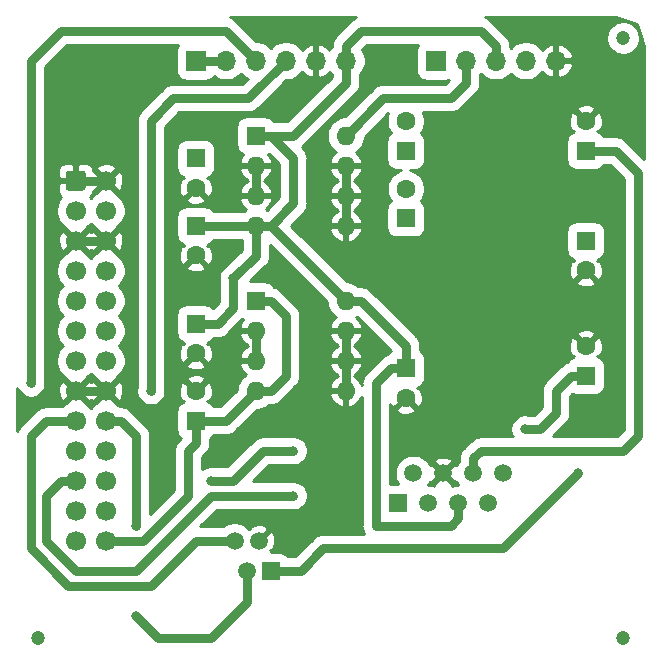
<source format=gbr>
%TF.GenerationSoftware,KiCad,Pcbnew,(5.1.10)-1*%
%TF.CreationDate,2021-07-13T13:10:11-06:00*%
%TF.ProjectId,HARDWARE,48415244-5741-4524-952e-6b696361645f,rev?*%
%TF.SameCoordinates,Original*%
%TF.FileFunction,Copper,L2,Bot*%
%TF.FilePolarity,Positive*%
%FSLAX46Y46*%
G04 Gerber Fmt 4.6, Leading zero omitted, Abs format (unit mm)*
G04 Created by KiCad (PCBNEW (5.1.10)-1) date 2021-07-13 13:10:11*
%MOMM*%
%LPD*%
G01*
G04 APERTURE LIST*
%TA.AperFunction,ComponentPad*%
%ADD10O,1.700000X1.700000*%
%TD*%
%TA.AperFunction,ComponentPad*%
%ADD11R,1.700000X1.700000*%
%TD*%
%TA.AperFunction,ComponentPad*%
%ADD12C,1.500000*%
%TD*%
%TA.AperFunction,ComponentPad*%
%ADD13R,1.500000X1.500000*%
%TD*%
%TA.AperFunction,ComponentPad*%
%ADD14C,1.600000*%
%TD*%
%TA.AperFunction,ComponentPad*%
%ADD15R,1.600000X1.600000*%
%TD*%
%TA.AperFunction,ComponentPad*%
%ADD16O,1.600000X1.600000*%
%TD*%
%TA.AperFunction,ComponentPad*%
%ADD17C,1.700000*%
%TD*%
%TA.AperFunction,ViaPad*%
%ADD18C,1.200000*%
%TD*%
%TA.AperFunction,ViaPad*%
%ADD19C,0.800000*%
%TD*%
%TA.AperFunction,Conductor*%
%ADD20C,0.750000*%
%TD*%
%TA.AperFunction,Conductor*%
%ADD21C,0.250000*%
%TD*%
%TA.AperFunction,Conductor*%
%ADD22C,0.254000*%
%TD*%
%TA.AperFunction,Conductor*%
%ADD23C,0.100000*%
%TD*%
G04 APERTURE END LIST*
D10*
%TO.P,J4,5*%
%TO.N,GND*%
X80010000Y-49530000D03*
%TO.P,J4,4*%
%TO.N,+12V*%
X77470000Y-49530000D03*
%TO.P,J4,3*%
%TO.N,+5V*%
X74930000Y-49530000D03*
%TO.P,J4,2*%
%TO.N,+3V3*%
X72390000Y-49530000D03*
D11*
%TO.P,J4,1*%
%TO.N,/PMT_CTRL_V*%
X69850000Y-49530000D03*
%TD*%
D12*
%TO.P,J5,4*%
%TO.N,/I2C_SDA*%
X52820000Y-90170000D03*
%TO.P,J5,3*%
%TO.N,/I2C_SCL*%
X53840000Y-92710000D03*
%TO.P,J5,2*%
%TO.N,GND*%
X54860000Y-90170000D03*
D13*
%TO.P,J5,1*%
%TO.N,+3V3*%
X55880000Y-92710000D03*
%TD*%
D14*
%TO.P,C5,2*%
%TO.N,GND*%
X67310000Y-78065000D03*
D15*
%TO.P,C5,1*%
%TO.N,+5V*%
X67310000Y-75565000D03*
%TD*%
D16*
%TO.P,U4,8*%
%TO.N,+3V3*%
X62230000Y-55880000D03*
%TO.P,U4,4*%
%TO.N,+5V*%
X54610000Y-63500000D03*
%TO.P,U4,7*%
%TO.N,GND*%
X62230000Y-58420000D03*
%TO.P,U4,3*%
X54610000Y-60960000D03*
%TO.P,U4,6*%
X62230000Y-60960000D03*
%TO.P,U4,2*%
X54610000Y-58420000D03*
%TO.P,U4,5*%
X62230000Y-63500000D03*
D15*
%TO.P,U4,1*%
%TO.N,+5V*%
X54610000Y-55880000D03*
%TD*%
D16*
%TO.P,U3,8*%
%TO.N,+5V*%
X62230000Y-69850000D03*
%TO.P,U3,4*%
%TO.N,/5V_UNREG*%
X54610000Y-77470000D03*
%TO.P,U3,7*%
%TO.N,GND*%
X62230000Y-72390000D03*
%TO.P,U3,3*%
X54610000Y-74930000D03*
%TO.P,U3,6*%
X62230000Y-74930000D03*
%TO.P,U3,2*%
X54610000Y-72390000D03*
%TO.P,U3,5*%
X62230000Y-77470000D03*
D15*
%TO.P,U3,1*%
%TO.N,/5V_UNREG*%
X54610000Y-69850000D03*
%TD*%
D12*
%TO.P,J3,8*%
%TO.N,Net-(J3-Pad8)*%
X75565000Y-84455000D03*
%TO.P,J3,7*%
%TO.N,Net-(J3-Pad7)*%
X74295000Y-86995000D03*
%TO.P,J3,6*%
%TO.N,+12V*%
X73025000Y-84455000D03*
%TO.P,J3,5*%
%TO.N,+5V*%
X71755000Y-86995000D03*
%TO.P,J3,4*%
%TO.N,GND*%
X70485000Y-84455000D03*
%TO.P,J3,3*%
%TO.N,/PMT_CTRL_V*%
X69215000Y-86995000D03*
%TO.P,J3,2*%
%TO.N,Net-(J3-Pad2)*%
X67945000Y-84455000D03*
D13*
%TO.P,J3,1*%
%TO.N,Net-(J3-Pad1)*%
X66675000Y-86995000D03*
%TD*%
D10*
%TO.P,J2,6*%
%TO.N,+5V*%
X62230000Y-49530000D03*
%TO.P,J2,5*%
%TO.N,GND*%
X59690000Y-49530000D03*
%TO.P,J2,4*%
%TO.N,/GPS_TXD*%
X57150000Y-49530000D03*
%TO.P,J2,3*%
%TO.N,/GPS_RXD*%
X54610000Y-49530000D03*
%TO.P,J2,2*%
%TO.N,/PPS*%
X52070000Y-49530000D03*
D11*
%TO.P,J2,1*%
X49530000Y-49530000D03*
%TD*%
D17*
%TO.P,J1,26*%
%TO.N,/5V_UNREG*%
X41910000Y-90170000D03*
%TO.P,J1,24*%
%TO.N,/SPI_MOSI*%
X41910000Y-87630000D03*
%TO.P,J1,22*%
%TO.N,/SPI_CLK*%
X41910000Y-85090000D03*
%TO.P,J1,20*%
%TO.N,/GPS_TXD*%
X41910000Y-82550000D03*
%TO.P,J1,18*%
%TO.N,/I2C_SCL*%
X41910000Y-80010000D03*
%TO.P,J1,16*%
%TO.N,GND*%
X41910000Y-77470000D03*
%TO.P,J1,14*%
%TO.N,Net-(J1-Pad14)*%
X41910000Y-74930000D03*
%TO.P,J1,12*%
%TO.N,Net-(J1-Pad12)*%
X41910000Y-72390000D03*
%TO.P,J1,10*%
%TO.N,Net-(J1-Pad10)*%
X41910000Y-69850000D03*
%TO.P,J1,8*%
%TO.N,Net-(J1-Pad8)*%
X41910000Y-67310000D03*
%TO.P,J1,6*%
%TO.N,GND*%
X41910000Y-64770000D03*
%TO.P,J1,4*%
%TO.N,Net-(J1-Pad4)*%
X41910000Y-62230000D03*
%TO.P,J1,2*%
%TO.N,GND*%
X41910000Y-59690000D03*
%TO.P,J1,25*%
%TO.N,Net-(J1-Pad25)*%
X39370000Y-90170000D03*
%TO.P,J1,23*%
%TO.N,Net-(J1-Pad23)*%
X39370000Y-87630000D03*
%TO.P,J1,21*%
%TO.N,/SPI_CS*%
X39370000Y-85090000D03*
%TO.P,J1,19*%
%TO.N,/GPS_RXD*%
X39370000Y-82550000D03*
%TO.P,J1,17*%
%TO.N,/I2C_SDA*%
X39370000Y-80010000D03*
%TO.P,J1,15*%
%TO.N,GND*%
X39370000Y-77470000D03*
%TO.P,J1,13*%
%TO.N,Net-(J1-Pad13)*%
X39370000Y-74930000D03*
%TO.P,J1,11*%
%TO.N,Net-(J1-Pad11)*%
X39370000Y-72390000D03*
%TO.P,J1,9*%
%TO.N,Net-(J1-Pad9)*%
X39370000Y-69850000D03*
%TO.P,J1,7*%
%TO.N,Net-(J1-Pad7)*%
X39370000Y-67310000D03*
%TO.P,J1,5*%
%TO.N,GND*%
X39370000Y-64770000D03*
%TO.P,J1,3*%
%TO.N,Net-(J1-Pad3)*%
X39370000Y-62230000D03*
%TO.P,J1,1*%
%TO.N,GND*%
%TA.AperFunction,ComponentPad*%
G36*
G01*
X38520000Y-60290000D02*
X38520000Y-59090000D01*
G75*
G02*
X38770000Y-58840000I250000J0D01*
G01*
X39970000Y-58840000D01*
G75*
G02*
X40220000Y-59090000I0J-250000D01*
G01*
X40220000Y-60290000D01*
G75*
G02*
X39970000Y-60540000I-250000J0D01*
G01*
X38770000Y-60540000D01*
G75*
G02*
X38520000Y-60290000I0J250000D01*
G01*
G37*
%TD.AperFunction*%
%TD*%
D14*
%TO.P,C14,2*%
%TO.N,GND*%
X82550000Y-73700000D03*
D15*
%TO.P,C14,1*%
%TO.N,Net-(C14-Pad1)*%
X82550000Y-76200000D03*
%TD*%
D14*
%TO.P,C9,2*%
%TO.N,GND*%
X82550000Y-67270000D03*
D15*
%TO.P,C9,1*%
%TO.N,+3V3*%
X82550000Y-64770000D03*
%TD*%
D14*
%TO.P,C8,2*%
%TO.N,GND*%
X82550000Y-54650000D03*
D15*
%TO.P,C8,1*%
%TO.N,+12V*%
X82550000Y-57150000D03*
%TD*%
D14*
%TO.P,C7,2*%
%TO.N,GND*%
X49530000Y-60285000D03*
D15*
%TO.P,C7,1*%
%TO.N,+3V3*%
X49530000Y-57785000D03*
%TD*%
D14*
%TO.P,C6,2*%
%TO.N,GND*%
X49530000Y-74295000D03*
D15*
%TO.P,C6,1*%
%TO.N,+5V*%
X49530000Y-71795000D03*
%TD*%
D14*
%TO.P,C4,2*%
%TO.N,GND*%
X49530000Y-66000000D03*
D15*
%TO.P,C4,1*%
%TO.N,+5V*%
X49530000Y-63500000D03*
%TD*%
D14*
%TO.P,C3,2*%
%TO.N,GND*%
X49530000Y-77510000D03*
D15*
%TO.P,C3,1*%
%TO.N,/5V_UNREG*%
X49530000Y-80010000D03*
%TD*%
D14*
%TO.P,C2,2*%
%TO.N,Net-(C2-Pad2)*%
X67310000Y-60365000D03*
D15*
%TO.P,C2,1*%
%TO.N,Net-(C2-Pad1)*%
X67310000Y-62865000D03*
%TD*%
D14*
%TO.P,C1,2*%
%TO.N,Net-(C1-Pad2)*%
X67310000Y-54650000D03*
D15*
%TO.P,C1,1*%
%TO.N,Net-(C1-Pad1)*%
X67310000Y-57150000D03*
%TD*%
D18*
%TO.N,*%
X36195000Y-98425000D03*
X85725000Y-47625000D03*
X85725000Y-98425000D03*
D19*
%TO.N,GND*%
X70485000Y-66675000D03*
X76835000Y-69850000D03*
%TO.N,+5V*%
X52705000Y-67945000D03*
%TO.N,+3V3*%
X81915000Y-84455000D03*
%TO.N,Net-(C14-Pad1)*%
X77405000Y-80710000D03*
%TO.N,/SPI_CLK*%
X57785000Y-82550000D03*
X50800000Y-85090000D03*
%TO.N,/GPS_RXD*%
X35560000Y-76835000D03*
%TO.N,/I2C_SCL*%
X44450000Y-88900000D03*
X44450000Y-96520000D03*
%TO.N,/SPI_CS*%
X57785000Y-86360000D03*
%TO.N,/GPS_TXD*%
X45720000Y-77470000D03*
%TD*%
D20*
%TO.N,GND*%
X41910000Y-59690000D02*
X39370000Y-59690000D01*
X39370000Y-64770000D02*
X41910000Y-64770000D01*
X54610000Y-58420000D02*
X54610000Y-60960000D01*
X54610000Y-72390000D02*
X54610000Y-74930000D01*
X62230000Y-58420000D02*
X62230000Y-60960000D01*
X62230000Y-60960000D02*
X62230000Y-63500000D01*
X62230000Y-72390000D02*
X62230000Y-74930000D01*
X62230000Y-74930000D02*
X62230000Y-77470000D01*
X39370000Y-77470000D02*
X41910000Y-77470000D01*
%TO.N,/5V_UNREG*%
X52070000Y-80010000D02*
X54610000Y-77470000D01*
X49530000Y-80010000D02*
X52070000Y-80010000D01*
X41910000Y-90170000D02*
X45085000Y-90170000D01*
X45085000Y-90170000D02*
X48895000Y-86360000D01*
X48895000Y-86360000D02*
X48895000Y-82550000D01*
X49530000Y-81915000D02*
X49530000Y-80010000D01*
X48895000Y-82550000D02*
X49530000Y-81915000D01*
X55880000Y-69850000D02*
X54610000Y-69850000D01*
X57150000Y-76200000D02*
X57150000Y-71120000D01*
X55880000Y-77470000D02*
X57150000Y-76200000D01*
X57150000Y-71120000D02*
X55880000Y-69850000D01*
X54610000Y-77470000D02*
X55880000Y-77470000D01*
D21*
%TO.N,+5V*%
X55880000Y-55880000D02*
X57785000Y-55880000D01*
D20*
X51395000Y-71795000D02*
X52705000Y-70485000D01*
X49530000Y-71795000D02*
X51395000Y-71795000D01*
X52705000Y-70485000D02*
X52705000Y-67945000D01*
X52705000Y-67945000D02*
X54610000Y-66040000D01*
X54610000Y-63500000D02*
X54610000Y-65405000D01*
X54610000Y-66040000D02*
X54610000Y-65405000D01*
X49530000Y-63500000D02*
X54610000Y-63500000D01*
X54610000Y-63500000D02*
X55880000Y-63500000D01*
X55880000Y-63500000D02*
X62230000Y-69850000D01*
X54610000Y-55880000D02*
X55880000Y-55880000D01*
X57785000Y-61595000D02*
X55880000Y-63500000D01*
X57785000Y-57785000D02*
X57785000Y-61595000D01*
X55880000Y-55880000D02*
X57785000Y-57785000D01*
X54610000Y-55880000D02*
X57785000Y-55880000D01*
X62230000Y-51435000D02*
X62230000Y-49530000D01*
X62230000Y-51435000D02*
X57785000Y-55880000D01*
X74930000Y-48260000D02*
X74930000Y-49530000D01*
X73660000Y-46990000D02*
X74930000Y-48260000D01*
X63500000Y-46990000D02*
X73660000Y-46990000D01*
X62230000Y-48260000D02*
X63500000Y-46990000D01*
X62230000Y-49530000D02*
X62230000Y-48260000D01*
X67310000Y-73660000D02*
X67310000Y-75565000D01*
X67310000Y-73660000D02*
X63500000Y-69850000D01*
X62230000Y-69850000D02*
X63500000Y-69850000D01*
X71755000Y-88265000D02*
X71755000Y-86995000D01*
X64770000Y-88900000D02*
X71120000Y-88900000D01*
X64770000Y-76835000D02*
X64770000Y-88900000D01*
X71120000Y-88900000D02*
X71755000Y-88265000D01*
X66040000Y-75565000D02*
X64770000Y-76835000D01*
X67310000Y-75565000D02*
X66040000Y-75565000D01*
%TO.N,+3V3*%
X62230000Y-55880000D02*
X65405000Y-52705000D01*
X65405000Y-52705000D02*
X71120000Y-52705000D01*
X72390000Y-51435000D02*
X72390000Y-49530000D01*
X71120000Y-52705000D02*
X72390000Y-51435000D01*
X75565000Y-90805000D02*
X60325000Y-90805000D01*
X58420000Y-92710000D02*
X55880000Y-92710000D01*
X58420000Y-92710000D02*
X60325000Y-90805000D01*
X75565000Y-90805000D02*
X81915000Y-84455000D01*
%TO.N,+12V*%
X73660000Y-82550000D02*
X73025000Y-83185000D01*
X73025000Y-83185000D02*
X73025000Y-84455000D01*
X85725000Y-82550000D02*
X73660000Y-82550000D01*
X86995000Y-81280000D02*
X85725000Y-82550000D01*
X82550000Y-57150000D02*
X85090000Y-57150000D01*
X86995000Y-59055000D02*
X85090000Y-57150000D01*
X86995000Y-59055000D02*
X86995000Y-81280000D01*
D21*
%TO.N,Net-(C14-Pad1)*%
X81915000Y-76200000D02*
X82550000Y-76200000D01*
D20*
X81280000Y-76200000D02*
X82550000Y-76200000D01*
X81280000Y-76200000D02*
X80010000Y-77470000D01*
X80010000Y-77470000D02*
X80010000Y-79375000D01*
X80010000Y-79375000D02*
X78675000Y-80710000D01*
X78675000Y-80710000D02*
X77405000Y-80710000D01*
D21*
%TO.N,/SPI_CLK*%
X50800000Y-85090000D02*
X50800000Y-85090000D01*
D20*
X55245000Y-82550000D02*
X57785000Y-82550000D01*
X52705000Y-85090000D02*
X55245000Y-82550000D01*
X50800000Y-85090000D02*
X52705000Y-85090000D01*
D21*
%TO.N,/GPS_RXD*%
X35560000Y-76835000D02*
X35560000Y-76835000D01*
D20*
X54610000Y-49530000D02*
X52070000Y-46990000D01*
X52070000Y-46990000D02*
X38100000Y-46990000D01*
X38100000Y-46990000D02*
X35560000Y-49530000D01*
X35560000Y-49530000D02*
X35560000Y-76835000D01*
%TO.N,/I2C_SCL*%
X46355000Y-98425000D02*
X44450000Y-96520000D01*
X50800000Y-98425000D02*
X46355000Y-98425000D01*
X53840000Y-95385000D02*
X50800000Y-98425000D01*
X53840000Y-92710000D02*
X53840000Y-95385000D01*
X41910000Y-80010000D02*
X43180000Y-80010000D01*
X43180000Y-80010000D02*
X44450000Y-81280000D01*
X44450000Y-81280000D02*
X44450000Y-88900000D01*
%TO.N,/SPI_CS*%
X50800000Y-86360000D02*
X57785000Y-86360000D01*
X39370000Y-92710000D02*
X44450000Y-92710000D01*
X36830000Y-90170000D02*
X39370000Y-92710000D01*
X36830000Y-86360000D02*
X36830000Y-90170000D01*
X44450000Y-92710000D02*
X50800000Y-86360000D01*
X38100000Y-85090000D02*
X36830000Y-86360000D01*
X39370000Y-85090000D02*
X38100000Y-85090000D01*
D21*
%TO.N,/GPS_TXD*%
X45720000Y-77470000D02*
X45720000Y-77470000D01*
D20*
X57150000Y-49530000D02*
X53975000Y-52705000D01*
X47625000Y-52705000D02*
X53975000Y-52705000D01*
X47625000Y-52705000D02*
X45720000Y-54610000D01*
X45720000Y-54610000D02*
X45720000Y-77470000D01*
%TO.N,/I2C_SDA*%
X52820000Y-90170000D02*
X49530000Y-90170000D01*
X49530000Y-90170000D02*
X45720000Y-93980000D01*
X45720000Y-93980000D02*
X38735000Y-93980000D01*
X38735000Y-93980000D02*
X35560000Y-90805000D01*
X35560000Y-90805000D02*
X35560000Y-81280000D01*
X36830000Y-80010000D02*
X39370000Y-80010000D01*
X36830000Y-80010000D02*
X35560000Y-81280000D01*
%TO.N,/PPS*%
X52070000Y-49530000D02*
X49530000Y-49530000D01*
%TD*%
D22*
%TO.N,GND*%
X60603000Y-69922884D02*
X60603000Y-70010245D01*
X60665525Y-70324578D01*
X60788172Y-70620673D01*
X60966227Y-70887152D01*
X61192848Y-71113773D01*
X61376620Y-71236565D01*
X61374869Y-71237615D01*
X61166481Y-71426586D01*
X60998963Y-71652580D01*
X60878754Y-71906913D01*
X60838096Y-72040961D01*
X60960085Y-72263000D01*
X62103000Y-72263000D01*
X62103000Y-72243000D01*
X62357000Y-72243000D01*
X62357000Y-72263000D01*
X63499915Y-72263000D01*
X63621904Y-72040961D01*
X63581246Y-71906913D01*
X63461037Y-71652580D01*
X63293519Y-71426586D01*
X63085131Y-71237615D01*
X63083380Y-71236565D01*
X63145305Y-71195188D01*
X66035052Y-74084937D01*
X65922394Y-74177394D01*
X65819048Y-74303321D01*
X65772721Y-74389993D01*
X65577789Y-74449124D01*
X65530118Y-74474605D01*
X65368973Y-74560739D01*
X65344333Y-74580961D01*
X65185946Y-74710946D01*
X65148308Y-74756808D01*
X63961813Y-75943304D01*
X63915946Y-75980946D01*
X63765739Y-76163975D01*
X63654124Y-76372790D01*
X63585393Y-76599368D01*
X63568000Y-76775961D01*
X63568000Y-76775970D01*
X63562186Y-76835000D01*
X63568000Y-76894030D01*
X63568000Y-76958888D01*
X63461037Y-76732580D01*
X63293519Y-76506586D01*
X63085131Y-76317615D01*
X62889018Y-76200000D01*
X63085131Y-76082385D01*
X63293519Y-75893414D01*
X63461037Y-75667420D01*
X63581246Y-75413087D01*
X63621904Y-75279039D01*
X63499915Y-75057000D01*
X62357000Y-75057000D01*
X62357000Y-77343000D01*
X62377000Y-77343000D01*
X62377000Y-77597000D01*
X62357000Y-77597000D01*
X62357000Y-78740624D01*
X62579040Y-78861909D01*
X62843881Y-78767070D01*
X63085131Y-78622385D01*
X63293519Y-78433414D01*
X63461037Y-78207420D01*
X63568000Y-77981112D01*
X63568001Y-88840950D01*
X63562185Y-88900000D01*
X63585393Y-89135633D01*
X63654124Y-89362211D01*
X63765739Y-89571026D01*
X63791979Y-89603000D01*
X60384030Y-89603000D01*
X60325000Y-89597186D01*
X60265970Y-89603000D01*
X60265960Y-89603000D01*
X60089367Y-89620393D01*
X59862789Y-89689124D01*
X59653974Y-89800739D01*
X59516805Y-89913310D01*
X59516804Y-89913311D01*
X59470946Y-89950946D01*
X59433313Y-89996802D01*
X57922117Y-91508000D01*
X57326126Y-91508000D01*
X57320952Y-91498321D01*
X57217606Y-91372394D01*
X57091679Y-91269048D01*
X56948010Y-91192255D01*
X56792120Y-91144966D01*
X56630000Y-91128999D01*
X55868295Y-91128999D01*
X55933451Y-91063843D01*
X55816995Y-90947387D01*
X56055860Y-90881863D01*
X56171760Y-90634884D01*
X56237250Y-90370040D01*
X56249812Y-90097508D01*
X56208965Y-89827762D01*
X56116277Y-89571168D01*
X56055860Y-89458137D01*
X55816993Y-89392612D01*
X55039605Y-90170000D01*
X55053748Y-90184143D01*
X54874143Y-90363748D01*
X54860000Y-90349605D01*
X54845858Y-90363748D01*
X54666253Y-90184143D01*
X54680395Y-90170000D01*
X54666253Y-90155858D01*
X54845858Y-89976253D01*
X54860000Y-89990395D01*
X55637388Y-89213007D01*
X55571863Y-88974140D01*
X55324884Y-88858240D01*
X55060040Y-88792750D01*
X54787508Y-88780188D01*
X54517762Y-88821035D01*
X54261168Y-88913723D01*
X54148137Y-88974140D01*
X54082613Y-89213005D01*
X54066295Y-89196687D01*
X54044936Y-89164721D01*
X53825279Y-88945064D01*
X53566989Y-88772481D01*
X53279994Y-88653604D01*
X52975321Y-88593000D01*
X52664679Y-88593000D01*
X52360006Y-88653604D01*
X52073011Y-88772481D01*
X51814721Y-88945064D01*
X51791785Y-88968000D01*
X49891884Y-88968000D01*
X51297884Y-87562000D01*
X57538468Y-87562000D01*
X57664151Y-87587000D01*
X57905849Y-87587000D01*
X58142903Y-87539847D01*
X58366202Y-87447353D01*
X58567167Y-87313073D01*
X58738073Y-87142167D01*
X58872353Y-86941202D01*
X58964847Y-86717903D01*
X59012000Y-86480849D01*
X59012000Y-86239151D01*
X58964847Y-86002097D01*
X58872353Y-85778798D01*
X58738073Y-85577833D01*
X58567167Y-85406927D01*
X58366202Y-85272647D01*
X58142903Y-85180153D01*
X57905849Y-85133000D01*
X57664151Y-85133000D01*
X57538468Y-85158000D01*
X54336884Y-85158000D01*
X55742885Y-83752000D01*
X57538468Y-83752000D01*
X57664151Y-83777000D01*
X57905849Y-83777000D01*
X58142903Y-83729847D01*
X58366202Y-83637353D01*
X58567167Y-83503073D01*
X58738073Y-83332167D01*
X58872353Y-83131202D01*
X58964847Y-82907903D01*
X59012000Y-82670849D01*
X59012000Y-82429151D01*
X58964847Y-82192097D01*
X58872353Y-81968798D01*
X58738073Y-81767833D01*
X58567167Y-81596927D01*
X58366202Y-81462647D01*
X58142903Y-81370153D01*
X57905849Y-81323000D01*
X57664151Y-81323000D01*
X57538468Y-81348000D01*
X55304029Y-81348000D01*
X55244999Y-81342186D01*
X55185969Y-81348000D01*
X55185960Y-81348000D01*
X55009367Y-81365393D01*
X54782789Y-81434124D01*
X54747870Y-81452789D01*
X54573973Y-81545739D01*
X54436804Y-81658311D01*
X54390946Y-81695946D01*
X54353313Y-81741802D01*
X52207117Y-83888000D01*
X51046532Y-83888000D01*
X50920849Y-83863000D01*
X50679151Y-83863000D01*
X50442097Y-83910153D01*
X50218798Y-84002647D01*
X50097000Y-84084030D01*
X50097000Y-83047884D01*
X50338193Y-82806691D01*
X50384054Y-82769054D01*
X50534261Y-82586026D01*
X50645876Y-82377211D01*
X50714607Y-82150633D01*
X50732000Y-81974040D01*
X50732000Y-81974039D01*
X50737815Y-81915000D01*
X50732000Y-81855960D01*
X50732000Y-81532851D01*
X50791679Y-81500952D01*
X50917606Y-81397606D01*
X51020952Y-81271679D01*
X51052851Y-81212000D01*
X52010970Y-81212000D01*
X52070000Y-81217814D01*
X52129030Y-81212000D01*
X52129040Y-81212000D01*
X52305633Y-81194607D01*
X52532211Y-81125876D01*
X52741026Y-81014261D01*
X52924054Y-80864054D01*
X52961696Y-80818187D01*
X54682884Y-79097000D01*
X54770245Y-79097000D01*
X55084578Y-79034475D01*
X55380673Y-78911828D01*
X55647152Y-78733773D01*
X55708925Y-78672000D01*
X55820970Y-78672000D01*
X55880000Y-78677814D01*
X55939030Y-78672000D01*
X55939040Y-78672000D01*
X56115633Y-78654607D01*
X56342211Y-78585876D01*
X56551026Y-78474261D01*
X56734054Y-78324054D01*
X56771696Y-78278187D01*
X57230844Y-77819039D01*
X60838096Y-77819039D01*
X60878754Y-77953087D01*
X60998963Y-78207420D01*
X61166481Y-78433414D01*
X61374869Y-78622385D01*
X61616119Y-78767070D01*
X61880960Y-78861909D01*
X62103000Y-78740624D01*
X62103000Y-77597000D01*
X60960085Y-77597000D01*
X60838096Y-77819039D01*
X57230844Y-77819039D01*
X57958193Y-77091691D01*
X58004054Y-77054054D01*
X58087310Y-76952606D01*
X58154261Y-76871027D01*
X58246037Y-76699327D01*
X58265876Y-76662211D01*
X58334607Y-76435633D01*
X58352000Y-76259040D01*
X58352000Y-76259031D01*
X58357814Y-76200001D01*
X58352000Y-76140971D01*
X58352000Y-75279039D01*
X60838096Y-75279039D01*
X60878754Y-75413087D01*
X60998963Y-75667420D01*
X61166481Y-75893414D01*
X61374869Y-76082385D01*
X61570982Y-76200000D01*
X61374869Y-76317615D01*
X61166481Y-76506586D01*
X60998963Y-76732580D01*
X60878754Y-76986913D01*
X60838096Y-77120961D01*
X60960085Y-77343000D01*
X62103000Y-77343000D01*
X62103000Y-75057000D01*
X60960085Y-75057000D01*
X60838096Y-75279039D01*
X58352000Y-75279039D01*
X58352000Y-72739039D01*
X60838096Y-72739039D01*
X60878754Y-72873087D01*
X60998963Y-73127420D01*
X61166481Y-73353414D01*
X61374869Y-73542385D01*
X61570982Y-73660000D01*
X61374869Y-73777615D01*
X61166481Y-73966586D01*
X60998963Y-74192580D01*
X60878754Y-74446913D01*
X60838096Y-74580961D01*
X60960085Y-74803000D01*
X62103000Y-74803000D01*
X62103000Y-72517000D01*
X62357000Y-72517000D01*
X62357000Y-74803000D01*
X63499915Y-74803000D01*
X63621904Y-74580961D01*
X63581246Y-74446913D01*
X63461037Y-74192580D01*
X63293519Y-73966586D01*
X63085131Y-73777615D01*
X62889018Y-73660000D01*
X63085131Y-73542385D01*
X63293519Y-73353414D01*
X63461037Y-73127420D01*
X63581246Y-72873087D01*
X63621904Y-72739039D01*
X63499915Y-72517000D01*
X62357000Y-72517000D01*
X62103000Y-72517000D01*
X60960085Y-72517000D01*
X60838096Y-72739039D01*
X58352000Y-72739039D01*
X58352000Y-71179029D01*
X58357814Y-71119999D01*
X58352000Y-71060969D01*
X58352000Y-71060960D01*
X58334607Y-70884367D01*
X58265876Y-70657789D01*
X58192774Y-70521026D01*
X58154261Y-70448973D01*
X58082074Y-70361014D01*
X58004054Y-70265946D01*
X57958192Y-70228308D01*
X56771696Y-69041813D01*
X56734054Y-68995946D01*
X56551026Y-68845739D01*
X56342211Y-68734124D01*
X56147279Y-68674993D01*
X56100952Y-68588321D01*
X55997606Y-68462394D01*
X55871679Y-68359048D01*
X55728010Y-68282255D01*
X55572120Y-68234966D01*
X55410000Y-68218999D01*
X54130885Y-68218999D01*
X55418199Y-66931686D01*
X55464054Y-66894054D01*
X55501687Y-66848198D01*
X55501690Y-66848195D01*
X55614261Y-66711026D01*
X55725876Y-66502211D01*
X55739620Y-66456903D01*
X55794607Y-66275633D01*
X55812000Y-66099040D01*
X55812000Y-66099030D01*
X55817814Y-66040000D01*
X55812000Y-65980970D01*
X55812000Y-65131883D01*
X60603000Y-69922884D01*
%TA.AperFunction,Conductor*%
D23*
G36*
X60603000Y-69922884D02*
G01*
X60603000Y-70010245D01*
X60665525Y-70324578D01*
X60788172Y-70620673D01*
X60966227Y-70887152D01*
X61192848Y-71113773D01*
X61376620Y-71236565D01*
X61374869Y-71237615D01*
X61166481Y-71426586D01*
X60998963Y-71652580D01*
X60878754Y-71906913D01*
X60838096Y-72040961D01*
X60960085Y-72263000D01*
X62103000Y-72263000D01*
X62103000Y-72243000D01*
X62357000Y-72243000D01*
X62357000Y-72263000D01*
X63499915Y-72263000D01*
X63621904Y-72040961D01*
X63581246Y-71906913D01*
X63461037Y-71652580D01*
X63293519Y-71426586D01*
X63085131Y-71237615D01*
X63083380Y-71236565D01*
X63145305Y-71195188D01*
X66035052Y-74084937D01*
X65922394Y-74177394D01*
X65819048Y-74303321D01*
X65772721Y-74389993D01*
X65577789Y-74449124D01*
X65530118Y-74474605D01*
X65368973Y-74560739D01*
X65344333Y-74580961D01*
X65185946Y-74710946D01*
X65148308Y-74756808D01*
X63961813Y-75943304D01*
X63915946Y-75980946D01*
X63765739Y-76163975D01*
X63654124Y-76372790D01*
X63585393Y-76599368D01*
X63568000Y-76775961D01*
X63568000Y-76775970D01*
X63562186Y-76835000D01*
X63568000Y-76894030D01*
X63568000Y-76958888D01*
X63461037Y-76732580D01*
X63293519Y-76506586D01*
X63085131Y-76317615D01*
X62889018Y-76200000D01*
X63085131Y-76082385D01*
X63293519Y-75893414D01*
X63461037Y-75667420D01*
X63581246Y-75413087D01*
X63621904Y-75279039D01*
X63499915Y-75057000D01*
X62357000Y-75057000D01*
X62357000Y-77343000D01*
X62377000Y-77343000D01*
X62377000Y-77597000D01*
X62357000Y-77597000D01*
X62357000Y-78740624D01*
X62579040Y-78861909D01*
X62843881Y-78767070D01*
X63085131Y-78622385D01*
X63293519Y-78433414D01*
X63461037Y-78207420D01*
X63568000Y-77981112D01*
X63568001Y-88840950D01*
X63562185Y-88900000D01*
X63585393Y-89135633D01*
X63654124Y-89362211D01*
X63765739Y-89571026D01*
X63791979Y-89603000D01*
X60384030Y-89603000D01*
X60325000Y-89597186D01*
X60265970Y-89603000D01*
X60265960Y-89603000D01*
X60089367Y-89620393D01*
X59862789Y-89689124D01*
X59653974Y-89800739D01*
X59516805Y-89913310D01*
X59516804Y-89913311D01*
X59470946Y-89950946D01*
X59433313Y-89996802D01*
X57922117Y-91508000D01*
X57326126Y-91508000D01*
X57320952Y-91498321D01*
X57217606Y-91372394D01*
X57091679Y-91269048D01*
X56948010Y-91192255D01*
X56792120Y-91144966D01*
X56630000Y-91128999D01*
X55868295Y-91128999D01*
X55933451Y-91063843D01*
X55816995Y-90947387D01*
X56055860Y-90881863D01*
X56171760Y-90634884D01*
X56237250Y-90370040D01*
X56249812Y-90097508D01*
X56208965Y-89827762D01*
X56116277Y-89571168D01*
X56055860Y-89458137D01*
X55816993Y-89392612D01*
X55039605Y-90170000D01*
X55053748Y-90184143D01*
X54874143Y-90363748D01*
X54860000Y-90349605D01*
X54845858Y-90363748D01*
X54666253Y-90184143D01*
X54680395Y-90170000D01*
X54666253Y-90155858D01*
X54845858Y-89976253D01*
X54860000Y-89990395D01*
X55637388Y-89213007D01*
X55571863Y-88974140D01*
X55324884Y-88858240D01*
X55060040Y-88792750D01*
X54787508Y-88780188D01*
X54517762Y-88821035D01*
X54261168Y-88913723D01*
X54148137Y-88974140D01*
X54082613Y-89213005D01*
X54066295Y-89196687D01*
X54044936Y-89164721D01*
X53825279Y-88945064D01*
X53566989Y-88772481D01*
X53279994Y-88653604D01*
X52975321Y-88593000D01*
X52664679Y-88593000D01*
X52360006Y-88653604D01*
X52073011Y-88772481D01*
X51814721Y-88945064D01*
X51791785Y-88968000D01*
X49891884Y-88968000D01*
X51297884Y-87562000D01*
X57538468Y-87562000D01*
X57664151Y-87587000D01*
X57905849Y-87587000D01*
X58142903Y-87539847D01*
X58366202Y-87447353D01*
X58567167Y-87313073D01*
X58738073Y-87142167D01*
X58872353Y-86941202D01*
X58964847Y-86717903D01*
X59012000Y-86480849D01*
X59012000Y-86239151D01*
X58964847Y-86002097D01*
X58872353Y-85778798D01*
X58738073Y-85577833D01*
X58567167Y-85406927D01*
X58366202Y-85272647D01*
X58142903Y-85180153D01*
X57905849Y-85133000D01*
X57664151Y-85133000D01*
X57538468Y-85158000D01*
X54336884Y-85158000D01*
X55742885Y-83752000D01*
X57538468Y-83752000D01*
X57664151Y-83777000D01*
X57905849Y-83777000D01*
X58142903Y-83729847D01*
X58366202Y-83637353D01*
X58567167Y-83503073D01*
X58738073Y-83332167D01*
X58872353Y-83131202D01*
X58964847Y-82907903D01*
X59012000Y-82670849D01*
X59012000Y-82429151D01*
X58964847Y-82192097D01*
X58872353Y-81968798D01*
X58738073Y-81767833D01*
X58567167Y-81596927D01*
X58366202Y-81462647D01*
X58142903Y-81370153D01*
X57905849Y-81323000D01*
X57664151Y-81323000D01*
X57538468Y-81348000D01*
X55304029Y-81348000D01*
X55244999Y-81342186D01*
X55185969Y-81348000D01*
X55185960Y-81348000D01*
X55009367Y-81365393D01*
X54782789Y-81434124D01*
X54747870Y-81452789D01*
X54573973Y-81545739D01*
X54436804Y-81658311D01*
X54390946Y-81695946D01*
X54353313Y-81741802D01*
X52207117Y-83888000D01*
X51046532Y-83888000D01*
X50920849Y-83863000D01*
X50679151Y-83863000D01*
X50442097Y-83910153D01*
X50218798Y-84002647D01*
X50097000Y-84084030D01*
X50097000Y-83047884D01*
X50338193Y-82806691D01*
X50384054Y-82769054D01*
X50534261Y-82586026D01*
X50645876Y-82377211D01*
X50714607Y-82150633D01*
X50732000Y-81974040D01*
X50732000Y-81974039D01*
X50737815Y-81915000D01*
X50732000Y-81855960D01*
X50732000Y-81532851D01*
X50791679Y-81500952D01*
X50917606Y-81397606D01*
X51020952Y-81271679D01*
X51052851Y-81212000D01*
X52010970Y-81212000D01*
X52070000Y-81217814D01*
X52129030Y-81212000D01*
X52129040Y-81212000D01*
X52305633Y-81194607D01*
X52532211Y-81125876D01*
X52741026Y-81014261D01*
X52924054Y-80864054D01*
X52961696Y-80818187D01*
X54682884Y-79097000D01*
X54770245Y-79097000D01*
X55084578Y-79034475D01*
X55380673Y-78911828D01*
X55647152Y-78733773D01*
X55708925Y-78672000D01*
X55820970Y-78672000D01*
X55880000Y-78677814D01*
X55939030Y-78672000D01*
X55939040Y-78672000D01*
X56115633Y-78654607D01*
X56342211Y-78585876D01*
X56551026Y-78474261D01*
X56734054Y-78324054D01*
X56771696Y-78278187D01*
X57230844Y-77819039D01*
X60838096Y-77819039D01*
X60878754Y-77953087D01*
X60998963Y-78207420D01*
X61166481Y-78433414D01*
X61374869Y-78622385D01*
X61616119Y-78767070D01*
X61880960Y-78861909D01*
X62103000Y-78740624D01*
X62103000Y-77597000D01*
X60960085Y-77597000D01*
X60838096Y-77819039D01*
X57230844Y-77819039D01*
X57958193Y-77091691D01*
X58004054Y-77054054D01*
X58087310Y-76952606D01*
X58154261Y-76871027D01*
X58246037Y-76699327D01*
X58265876Y-76662211D01*
X58334607Y-76435633D01*
X58352000Y-76259040D01*
X58352000Y-76259031D01*
X58357814Y-76200001D01*
X58352000Y-76140971D01*
X58352000Y-75279039D01*
X60838096Y-75279039D01*
X60878754Y-75413087D01*
X60998963Y-75667420D01*
X61166481Y-75893414D01*
X61374869Y-76082385D01*
X61570982Y-76200000D01*
X61374869Y-76317615D01*
X61166481Y-76506586D01*
X60998963Y-76732580D01*
X60878754Y-76986913D01*
X60838096Y-77120961D01*
X60960085Y-77343000D01*
X62103000Y-77343000D01*
X62103000Y-75057000D01*
X60960085Y-75057000D01*
X60838096Y-75279039D01*
X58352000Y-75279039D01*
X58352000Y-72739039D01*
X60838096Y-72739039D01*
X60878754Y-72873087D01*
X60998963Y-73127420D01*
X61166481Y-73353414D01*
X61374869Y-73542385D01*
X61570982Y-73660000D01*
X61374869Y-73777615D01*
X61166481Y-73966586D01*
X60998963Y-74192580D01*
X60878754Y-74446913D01*
X60838096Y-74580961D01*
X60960085Y-74803000D01*
X62103000Y-74803000D01*
X62103000Y-72517000D01*
X62357000Y-72517000D01*
X62357000Y-74803000D01*
X63499915Y-74803000D01*
X63621904Y-74580961D01*
X63581246Y-74446913D01*
X63461037Y-74192580D01*
X63293519Y-73966586D01*
X63085131Y-73777615D01*
X62889018Y-73660000D01*
X63085131Y-73542385D01*
X63293519Y-73353414D01*
X63461037Y-73127420D01*
X63581246Y-72873087D01*
X63621904Y-72739039D01*
X63499915Y-72517000D01*
X62357000Y-72517000D01*
X62103000Y-72517000D01*
X60960085Y-72517000D01*
X60838096Y-72739039D01*
X58352000Y-72739039D01*
X58352000Y-71179029D01*
X58357814Y-71119999D01*
X58352000Y-71060969D01*
X58352000Y-71060960D01*
X58334607Y-70884367D01*
X58265876Y-70657789D01*
X58192774Y-70521026D01*
X58154261Y-70448973D01*
X58082074Y-70361014D01*
X58004054Y-70265946D01*
X57958192Y-70228308D01*
X56771696Y-69041813D01*
X56734054Y-68995946D01*
X56551026Y-68845739D01*
X56342211Y-68734124D01*
X56147279Y-68674993D01*
X56100952Y-68588321D01*
X55997606Y-68462394D01*
X55871679Y-68359048D01*
X55728010Y-68282255D01*
X55572120Y-68234966D01*
X55410000Y-68218999D01*
X54130885Y-68218999D01*
X55418199Y-66931686D01*
X55464054Y-66894054D01*
X55501687Y-66848198D01*
X55501690Y-66848195D01*
X55614261Y-66711026D01*
X55725876Y-66502211D01*
X55739620Y-66456903D01*
X55794607Y-66275633D01*
X55812000Y-66099040D01*
X55812000Y-66099030D01*
X55817814Y-66040000D01*
X55812000Y-65980970D01*
X55812000Y-65131883D01*
X60603000Y-69922884D01*
G37*
%TD.AperFunction*%
D22*
X63037789Y-45874124D02*
X62952415Y-45919758D01*
X62828973Y-45985739D01*
X62776629Y-46028697D01*
X62645946Y-46135946D01*
X62608308Y-46181808D01*
X61421808Y-47368309D01*
X61375947Y-47405946D01*
X61225740Y-47588974D01*
X61114124Y-47797789D01*
X61045393Y-48024367D01*
X61028000Y-48200960D01*
X61028000Y-48200970D01*
X61022186Y-48260000D01*
X61028000Y-48319030D01*
X61028000Y-48360364D01*
X60927389Y-48460975D01*
X60837405Y-48595646D01*
X60690269Y-48432412D01*
X60456920Y-48258359D01*
X60194099Y-48133175D01*
X60046890Y-48088524D01*
X59817000Y-48209845D01*
X59817000Y-49403000D01*
X59837000Y-49403000D01*
X59837000Y-49657000D01*
X59817000Y-49657000D01*
X59817000Y-50850155D01*
X60046890Y-50971476D01*
X60194099Y-50926825D01*
X60456920Y-50801641D01*
X60690269Y-50627588D01*
X60837405Y-50464354D01*
X60927389Y-50599025D01*
X61028000Y-50699636D01*
X61028000Y-50937116D01*
X57287117Y-54678000D01*
X56132851Y-54678000D01*
X56100952Y-54618321D01*
X55997606Y-54492394D01*
X55871679Y-54389048D01*
X55728010Y-54312255D01*
X55572120Y-54264966D01*
X55410000Y-54248999D01*
X53810000Y-54248999D01*
X53647880Y-54264966D01*
X53491990Y-54312255D01*
X53348321Y-54389048D01*
X53222394Y-54492394D01*
X53119048Y-54618321D01*
X53042255Y-54761990D01*
X52994966Y-54917880D01*
X52978999Y-55080000D01*
X52978999Y-56680000D01*
X52994966Y-56842120D01*
X53042255Y-56998010D01*
X53119048Y-57141679D01*
X53222394Y-57267606D01*
X53348321Y-57370952D01*
X53491990Y-57447745D01*
X53541828Y-57462863D01*
X53378963Y-57682580D01*
X53258754Y-57936913D01*
X53218096Y-58070961D01*
X53340085Y-58293000D01*
X54483000Y-58293000D01*
X54483000Y-58273000D01*
X54737000Y-58273000D01*
X54737000Y-58293000D01*
X55879915Y-58293000D01*
X56001904Y-58070961D01*
X55961246Y-57936913D01*
X55841037Y-57682580D01*
X55678172Y-57462863D01*
X55728010Y-57447745D01*
X55740947Y-57440830D01*
X56583000Y-58282885D01*
X56583001Y-61097115D01*
X55525305Y-62154812D01*
X55463380Y-62113435D01*
X55465131Y-62112385D01*
X55673519Y-61923414D01*
X55841037Y-61697420D01*
X55961246Y-61443087D01*
X56001904Y-61309039D01*
X55879915Y-61087000D01*
X54737000Y-61087000D01*
X54737000Y-61107000D01*
X54483000Y-61107000D01*
X54483000Y-61087000D01*
X53340085Y-61087000D01*
X53218096Y-61309039D01*
X53258754Y-61443087D01*
X53378963Y-61697420D01*
X53546481Y-61923414D01*
X53754869Y-62112385D01*
X53756620Y-62113435D01*
X53572848Y-62236227D01*
X53511075Y-62298000D01*
X51052851Y-62298000D01*
X51020952Y-62238321D01*
X50917606Y-62112394D01*
X50791679Y-62009048D01*
X50648010Y-61932255D01*
X50492120Y-61884966D01*
X50330000Y-61868999D01*
X48730000Y-61868999D01*
X48567880Y-61884966D01*
X48411990Y-61932255D01*
X48268321Y-62009048D01*
X48142394Y-62112394D01*
X48039048Y-62238321D01*
X47962255Y-62381990D01*
X47914966Y-62537880D01*
X47898999Y-62700000D01*
X47898999Y-64300000D01*
X47914966Y-64462120D01*
X47962255Y-64618010D01*
X48039048Y-64761679D01*
X48142394Y-64887606D01*
X48268321Y-64990952D01*
X48411990Y-65067745D01*
X48421134Y-65070519D01*
X48421023Y-65070630D01*
X48537296Y-65186903D01*
X48293329Y-65258486D01*
X48172429Y-65513996D01*
X48103700Y-65788184D01*
X48089783Y-66070512D01*
X48131213Y-66350130D01*
X48226397Y-66616292D01*
X48293329Y-66741514D01*
X48537298Y-66813097D01*
X49350395Y-66000000D01*
X49336253Y-65985858D01*
X49515858Y-65806253D01*
X49530000Y-65820395D01*
X49544143Y-65806253D01*
X49723748Y-65985858D01*
X49709605Y-66000000D01*
X50522702Y-66813097D01*
X50766671Y-66741514D01*
X50887571Y-66486004D01*
X50956300Y-66211816D01*
X50970217Y-65929488D01*
X50928787Y-65649870D01*
X50833603Y-65383708D01*
X50766671Y-65258486D01*
X50522704Y-65186903D01*
X50638977Y-65070630D01*
X50638866Y-65070519D01*
X50648010Y-65067745D01*
X50791679Y-64990952D01*
X50917606Y-64887606D01*
X51020952Y-64761679D01*
X51052851Y-64702000D01*
X53408001Y-64702000D01*
X53408001Y-65345950D01*
X53408000Y-65345960D01*
X53408000Y-65542115D01*
X52029386Y-66920731D01*
X51922833Y-66991927D01*
X51751927Y-67162833D01*
X51617647Y-67363798D01*
X51525153Y-67587097D01*
X51478000Y-67824151D01*
X51478000Y-68065849D01*
X51503001Y-68191537D01*
X51503000Y-69987115D01*
X50992033Y-70498083D01*
X50917606Y-70407394D01*
X50791679Y-70304048D01*
X50648010Y-70227255D01*
X50492120Y-70179966D01*
X50330000Y-70163999D01*
X48730000Y-70163999D01*
X48567880Y-70179966D01*
X48411990Y-70227255D01*
X48268321Y-70304048D01*
X48142394Y-70407394D01*
X48039048Y-70533321D01*
X47962255Y-70676990D01*
X47914966Y-70832880D01*
X47898999Y-70995000D01*
X47898999Y-72595000D01*
X47914966Y-72757120D01*
X47962255Y-72913010D01*
X48039048Y-73056679D01*
X48142394Y-73182606D01*
X48268321Y-73285952D01*
X48411990Y-73362745D01*
X48421134Y-73365519D01*
X48421023Y-73365630D01*
X48537296Y-73481903D01*
X48293329Y-73553486D01*
X48172429Y-73808996D01*
X48103700Y-74083184D01*
X48089783Y-74365512D01*
X48131213Y-74645130D01*
X48226397Y-74911292D01*
X48293329Y-75036514D01*
X48537298Y-75108097D01*
X49350395Y-74295000D01*
X49336253Y-74280858D01*
X49515858Y-74101253D01*
X49530000Y-74115395D01*
X49544143Y-74101253D01*
X49723748Y-74280858D01*
X49709605Y-74295000D01*
X50522702Y-75108097D01*
X50766671Y-75036514D01*
X50887571Y-74781004D01*
X50956300Y-74506816D01*
X50970217Y-74224488D01*
X50928787Y-73944870D01*
X50833603Y-73678708D01*
X50766671Y-73553486D01*
X50522704Y-73481903D01*
X50638977Y-73365630D01*
X50638866Y-73365519D01*
X50648010Y-73362745D01*
X50791679Y-73285952D01*
X50917606Y-73182606D01*
X51020952Y-73056679D01*
X51052851Y-72997000D01*
X51335970Y-72997000D01*
X51395000Y-73002814D01*
X51454030Y-72997000D01*
X51454040Y-72997000D01*
X51630633Y-72979607D01*
X51857211Y-72910876D01*
X52066026Y-72799261D01*
X52139406Y-72739039D01*
X53218096Y-72739039D01*
X53258754Y-72873087D01*
X53378963Y-73127420D01*
X53546481Y-73353414D01*
X53754869Y-73542385D01*
X53950982Y-73660000D01*
X53754869Y-73777615D01*
X53546481Y-73966586D01*
X53378963Y-74192580D01*
X53258754Y-74446913D01*
X53218096Y-74580961D01*
X53340085Y-74803000D01*
X54483000Y-74803000D01*
X54483000Y-72517000D01*
X53340085Y-72517000D01*
X53218096Y-72739039D01*
X52139406Y-72739039D01*
X52249054Y-72649054D01*
X52286696Y-72603188D01*
X53479054Y-71410831D01*
X53491990Y-71417745D01*
X53541828Y-71432863D01*
X53378963Y-71652580D01*
X53258754Y-71906913D01*
X53218096Y-72040961D01*
X53340085Y-72263000D01*
X54483000Y-72263000D01*
X54483000Y-72243000D01*
X54737000Y-72243000D01*
X54737000Y-72263000D01*
X54757000Y-72263000D01*
X54757000Y-72517000D01*
X54737000Y-72517000D01*
X54737000Y-74803000D01*
X54757000Y-74803000D01*
X54757000Y-75057000D01*
X54737000Y-75057000D01*
X54737000Y-75077000D01*
X54483000Y-75077000D01*
X54483000Y-75057000D01*
X53340085Y-75057000D01*
X53218096Y-75279039D01*
X53258754Y-75413087D01*
X53378963Y-75667420D01*
X53546481Y-75893414D01*
X53754869Y-76082385D01*
X53756620Y-76083435D01*
X53572848Y-76206227D01*
X53346227Y-76432848D01*
X53168172Y-76699327D01*
X53045525Y-76995422D01*
X52983000Y-77309755D01*
X52983000Y-77397116D01*
X51572117Y-78808000D01*
X51052851Y-78808000D01*
X51020952Y-78748321D01*
X50917606Y-78622394D01*
X50791679Y-78519048D01*
X50648010Y-78442255D01*
X50638866Y-78439481D01*
X50638977Y-78439370D01*
X50522704Y-78323097D01*
X50766671Y-78251514D01*
X50887571Y-77996004D01*
X50956300Y-77721816D01*
X50970217Y-77439488D01*
X50928787Y-77159870D01*
X50833603Y-76893708D01*
X50766671Y-76768486D01*
X50522702Y-76696903D01*
X49709605Y-77510000D01*
X49723748Y-77524143D01*
X49544143Y-77703748D01*
X49530000Y-77689605D01*
X49515858Y-77703748D01*
X49336253Y-77524143D01*
X49350395Y-77510000D01*
X48537298Y-76696903D01*
X48293329Y-76768486D01*
X48172429Y-77023996D01*
X48103700Y-77298184D01*
X48089783Y-77580512D01*
X48131213Y-77860130D01*
X48226397Y-78126292D01*
X48293329Y-78251514D01*
X48537296Y-78323097D01*
X48421023Y-78439370D01*
X48421134Y-78439481D01*
X48411990Y-78442255D01*
X48268321Y-78519048D01*
X48142394Y-78622394D01*
X48039048Y-78748321D01*
X47962255Y-78891990D01*
X47914966Y-79047880D01*
X47898999Y-79210000D01*
X47898999Y-80810000D01*
X47914966Y-80972120D01*
X47962255Y-81128010D01*
X48039048Y-81271679D01*
X48142394Y-81397606D01*
X48255053Y-81490063D01*
X48086808Y-81658309D01*
X48040947Y-81695946D01*
X48002978Y-81742212D01*
X47890739Y-81878975D01*
X47779124Y-82087790D01*
X47753674Y-82171689D01*
X47710394Y-82314367D01*
X47704204Y-82377211D01*
X47687186Y-82550000D01*
X47693001Y-82609040D01*
X47693000Y-85862115D01*
X45652000Y-87903116D01*
X45652000Y-81339029D01*
X45657814Y-81279999D01*
X45652000Y-81220969D01*
X45652000Y-81220960D01*
X45634607Y-81044367D01*
X45565876Y-80817789D01*
X45506756Y-80707185D01*
X45454261Y-80608973D01*
X45382074Y-80521014D01*
X45304054Y-80425946D01*
X45258193Y-80388309D01*
X44071696Y-79201813D01*
X44034054Y-79155946D01*
X43851026Y-79005739D01*
X43642211Y-78894124D01*
X43415633Y-78825393D01*
X43239040Y-78808000D01*
X43239030Y-78808000D01*
X43180000Y-78802186D01*
X43120970Y-78808000D01*
X43079636Y-78808000D01*
X42979025Y-78707389D01*
X42742840Y-78549575D01*
X42758792Y-78498397D01*
X41910000Y-77649605D01*
X41061208Y-78498397D01*
X41077160Y-78549575D01*
X40840975Y-78707389D01*
X40640000Y-78908364D01*
X40439025Y-78707389D01*
X40202840Y-78549575D01*
X40218792Y-78498397D01*
X39370000Y-77649605D01*
X38521208Y-78498397D01*
X38537160Y-78549575D01*
X38300975Y-78707389D01*
X38200364Y-78808000D01*
X36889029Y-78808000D01*
X36829999Y-78802186D01*
X36770969Y-78808000D01*
X36770960Y-78808000D01*
X36594367Y-78825393D01*
X36367789Y-78894124D01*
X36332868Y-78912790D01*
X36158973Y-79005739D01*
X36107625Y-79047880D01*
X35975946Y-79155946D01*
X35938310Y-79201806D01*
X34751808Y-80388309D01*
X34705947Y-80425946D01*
X34599707Y-80555401D01*
X34555739Y-80608975D01*
X34444124Y-80817790D01*
X34427377Y-80873000D01*
X34417000Y-80907209D01*
X34417000Y-77281859D01*
X34472647Y-77416202D01*
X34606927Y-77617167D01*
X34777833Y-77788073D01*
X34978798Y-77922353D01*
X35202097Y-78014847D01*
X35439151Y-78062000D01*
X35680849Y-78062000D01*
X35917903Y-78014847D01*
X36141202Y-77922353D01*
X36342167Y-77788073D01*
X36513073Y-77617167D01*
X36565615Y-77538531D01*
X37879389Y-77538531D01*
X37921401Y-77828019D01*
X38019081Y-78103747D01*
X38092528Y-78241157D01*
X38341603Y-78318792D01*
X39190395Y-77470000D01*
X39549605Y-77470000D01*
X40398397Y-78318792D01*
X40640000Y-78243486D01*
X40881603Y-78318792D01*
X41730395Y-77470000D01*
X42089605Y-77470000D01*
X42938397Y-78318792D01*
X43187472Y-78241157D01*
X43313371Y-77977117D01*
X43385339Y-77693589D01*
X43400611Y-77401469D01*
X43358599Y-77111981D01*
X43260919Y-76836253D01*
X43187472Y-76698843D01*
X42938397Y-76621208D01*
X42089605Y-77470000D01*
X41730395Y-77470000D01*
X40881603Y-76621208D01*
X40640000Y-76696514D01*
X40398397Y-76621208D01*
X39549605Y-77470000D01*
X39190395Y-77470000D01*
X38341603Y-76621208D01*
X38092528Y-76698843D01*
X37966629Y-76962883D01*
X37894661Y-77246411D01*
X37879389Y-77538531D01*
X36565615Y-77538531D01*
X36647353Y-77416202D01*
X36739847Y-77192903D01*
X36787000Y-76955849D01*
X36787000Y-76714151D01*
X36762000Y-76588468D01*
X36762000Y-67144830D01*
X37693000Y-67144830D01*
X37693000Y-67475170D01*
X37757446Y-67799163D01*
X37883862Y-68104357D01*
X38067389Y-68379025D01*
X38268364Y-68580000D01*
X38067389Y-68780975D01*
X37883862Y-69055643D01*
X37757446Y-69360837D01*
X37693000Y-69684830D01*
X37693000Y-70015170D01*
X37757446Y-70339163D01*
X37883862Y-70644357D01*
X38067389Y-70919025D01*
X38268364Y-71120000D01*
X38067389Y-71320975D01*
X37883862Y-71595643D01*
X37757446Y-71900837D01*
X37693000Y-72224830D01*
X37693000Y-72555170D01*
X37757446Y-72879163D01*
X37883862Y-73184357D01*
X38067389Y-73459025D01*
X38268364Y-73660000D01*
X38067389Y-73860975D01*
X37883862Y-74135643D01*
X37757446Y-74440837D01*
X37693000Y-74764830D01*
X37693000Y-75095170D01*
X37757446Y-75419163D01*
X37883862Y-75724357D01*
X38067389Y-75999025D01*
X38300975Y-76232611D01*
X38537160Y-76390425D01*
X38521208Y-76441603D01*
X39370000Y-77290395D01*
X40218792Y-76441603D01*
X40202840Y-76390425D01*
X40439025Y-76232611D01*
X40640000Y-76031636D01*
X40840975Y-76232611D01*
X41077160Y-76390425D01*
X41061208Y-76441603D01*
X41910000Y-77290395D01*
X42758792Y-76441603D01*
X42742840Y-76390425D01*
X42979025Y-76232611D01*
X43212611Y-75999025D01*
X43396138Y-75724357D01*
X43522554Y-75419163D01*
X43587000Y-75095170D01*
X43587000Y-74764830D01*
X43522554Y-74440837D01*
X43396138Y-74135643D01*
X43212611Y-73860975D01*
X43011636Y-73660000D01*
X43212611Y-73459025D01*
X43396138Y-73184357D01*
X43522554Y-72879163D01*
X43587000Y-72555170D01*
X43587000Y-72224830D01*
X43522554Y-71900837D01*
X43396138Y-71595643D01*
X43212611Y-71320975D01*
X43011636Y-71120000D01*
X43212611Y-70919025D01*
X43396138Y-70644357D01*
X43522554Y-70339163D01*
X43587000Y-70015170D01*
X43587000Y-69684830D01*
X43522554Y-69360837D01*
X43396138Y-69055643D01*
X43212611Y-68780975D01*
X43011636Y-68580000D01*
X43212611Y-68379025D01*
X43396138Y-68104357D01*
X43522554Y-67799163D01*
X43587000Y-67475170D01*
X43587000Y-67144830D01*
X43522554Y-66820837D01*
X43396138Y-66515643D01*
X43212611Y-66240975D01*
X42979025Y-66007389D01*
X42742840Y-65849575D01*
X42758792Y-65798397D01*
X41910000Y-64949605D01*
X41061208Y-65798397D01*
X41077160Y-65849575D01*
X40840975Y-66007389D01*
X40640000Y-66208364D01*
X40439025Y-66007389D01*
X40202840Y-65849575D01*
X40218792Y-65798397D01*
X39370000Y-64949605D01*
X38521208Y-65798397D01*
X38537160Y-65849575D01*
X38300975Y-66007389D01*
X38067389Y-66240975D01*
X37883862Y-66515643D01*
X37757446Y-66820837D01*
X37693000Y-67144830D01*
X36762000Y-67144830D01*
X36762000Y-64838531D01*
X37879389Y-64838531D01*
X37921401Y-65128019D01*
X38019081Y-65403747D01*
X38092528Y-65541157D01*
X38341603Y-65618792D01*
X39190395Y-64770000D01*
X39549605Y-64770000D01*
X40398397Y-65618792D01*
X40640000Y-65543486D01*
X40881603Y-65618792D01*
X41730395Y-64770000D01*
X42089605Y-64770000D01*
X42938397Y-65618792D01*
X43187472Y-65541157D01*
X43313371Y-65277117D01*
X43385339Y-64993589D01*
X43400611Y-64701469D01*
X43358599Y-64411981D01*
X43260919Y-64136253D01*
X43187472Y-63998843D01*
X42938397Y-63921208D01*
X42089605Y-64770000D01*
X41730395Y-64770000D01*
X40881603Y-63921208D01*
X40640000Y-63996514D01*
X40398397Y-63921208D01*
X39549605Y-64770000D01*
X39190395Y-64770000D01*
X38341603Y-63921208D01*
X38092528Y-63998843D01*
X37966629Y-64262883D01*
X37894661Y-64546411D01*
X37879389Y-64838531D01*
X36762000Y-64838531D01*
X36762000Y-62064830D01*
X37693000Y-62064830D01*
X37693000Y-62395170D01*
X37757446Y-62719163D01*
X37883862Y-63024357D01*
X38067389Y-63299025D01*
X38300975Y-63532611D01*
X38537160Y-63690425D01*
X38521208Y-63741603D01*
X39370000Y-64590395D01*
X40218792Y-63741603D01*
X40202840Y-63690425D01*
X40439025Y-63532611D01*
X40640000Y-63331636D01*
X40840975Y-63532611D01*
X41077160Y-63690425D01*
X41061208Y-63741603D01*
X41910000Y-64590395D01*
X42758792Y-63741603D01*
X42742840Y-63690425D01*
X42979025Y-63532611D01*
X43212611Y-63299025D01*
X43396138Y-63024357D01*
X43522554Y-62719163D01*
X43587000Y-62395170D01*
X43587000Y-62064830D01*
X43522554Y-61740837D01*
X43396138Y-61435643D01*
X43212611Y-61160975D01*
X42979025Y-60927389D01*
X42742840Y-60769575D01*
X42758792Y-60718397D01*
X41910000Y-59869605D01*
X41061208Y-60718397D01*
X41077160Y-60769575D01*
X40840975Y-60927389D01*
X40640000Y-61128364D01*
X40578712Y-61067076D01*
X40671185Y-60991185D01*
X40750537Y-60894494D01*
X40809502Y-60784180D01*
X40845812Y-60664482D01*
X40858072Y-60540000D01*
X40858025Y-60531443D01*
X40881603Y-60538792D01*
X41730395Y-59690000D01*
X42089605Y-59690000D01*
X42938397Y-60538792D01*
X43187472Y-60461157D01*
X43313371Y-60197117D01*
X43385339Y-59913589D01*
X43400611Y-59621469D01*
X43358599Y-59331981D01*
X43260919Y-59056253D01*
X43187472Y-58918843D01*
X42938397Y-58841208D01*
X42089605Y-59690000D01*
X41730395Y-59690000D01*
X40881603Y-58841208D01*
X40858025Y-58848557D01*
X40858072Y-58840000D01*
X40845812Y-58715518D01*
X40829458Y-58661603D01*
X41061208Y-58661603D01*
X41910000Y-59510395D01*
X42758792Y-58661603D01*
X42681157Y-58412528D01*
X42417117Y-58286629D01*
X42133589Y-58214661D01*
X41841469Y-58199389D01*
X41551981Y-58241401D01*
X41276253Y-58339081D01*
X41138843Y-58412528D01*
X41061208Y-58661603D01*
X40829458Y-58661603D01*
X40809502Y-58595820D01*
X40750537Y-58485506D01*
X40671185Y-58388815D01*
X40574494Y-58309463D01*
X40464180Y-58250498D01*
X40344482Y-58214188D01*
X40220000Y-58201928D01*
X39655750Y-58205000D01*
X39497000Y-58363750D01*
X39497000Y-59563000D01*
X39517000Y-59563000D01*
X39517000Y-59817000D01*
X39497000Y-59817000D01*
X39497000Y-59837000D01*
X39243000Y-59837000D01*
X39243000Y-59817000D01*
X38043750Y-59817000D01*
X37885000Y-59975750D01*
X37881928Y-60540000D01*
X37894188Y-60664482D01*
X37930498Y-60784180D01*
X37989463Y-60894494D01*
X38068815Y-60991185D01*
X38161288Y-61067076D01*
X38067389Y-61160975D01*
X37883862Y-61435643D01*
X37757446Y-61740837D01*
X37693000Y-62064830D01*
X36762000Y-62064830D01*
X36762000Y-58840000D01*
X37881928Y-58840000D01*
X37885000Y-59404250D01*
X38043750Y-59563000D01*
X39243000Y-59563000D01*
X39243000Y-58363750D01*
X39084250Y-58205000D01*
X38520000Y-58201928D01*
X38395518Y-58214188D01*
X38275820Y-58250498D01*
X38165506Y-58309463D01*
X38068815Y-58388815D01*
X37989463Y-58485506D01*
X37930498Y-58595820D01*
X37894188Y-58715518D01*
X37881928Y-58840000D01*
X36762000Y-58840000D01*
X36762000Y-50027883D01*
X38597885Y-48192000D01*
X48010649Y-48192000D01*
X47989048Y-48218321D01*
X47912255Y-48361990D01*
X47864966Y-48517880D01*
X47848999Y-48680000D01*
X47848999Y-50380000D01*
X47864966Y-50542120D01*
X47912255Y-50698010D01*
X47989048Y-50841679D01*
X48092394Y-50967606D01*
X48218321Y-51070952D01*
X48361990Y-51147745D01*
X48517880Y-51195034D01*
X48680000Y-51211001D01*
X50380000Y-51211001D01*
X50542120Y-51195034D01*
X50698010Y-51147745D01*
X50841679Y-51070952D01*
X50967606Y-50967606D01*
X51050976Y-50866020D01*
X51275643Y-51016138D01*
X51580837Y-51142554D01*
X51904830Y-51207000D01*
X52235170Y-51207000D01*
X52559163Y-51142554D01*
X52864357Y-51016138D01*
X53139025Y-50832611D01*
X53340000Y-50631636D01*
X53540975Y-50832611D01*
X53815643Y-51016138D01*
X53920532Y-51059585D01*
X53477117Y-51503000D01*
X47684030Y-51503000D01*
X47625000Y-51497186D01*
X47565970Y-51503000D01*
X47565960Y-51503000D01*
X47389367Y-51520393D01*
X47162789Y-51589124D01*
X46953974Y-51700739D01*
X46816805Y-51813310D01*
X46816804Y-51813311D01*
X46770946Y-51850946D01*
X46733313Y-51896802D01*
X44911813Y-53718304D01*
X44865946Y-53755946D01*
X44715739Y-53938975D01*
X44604124Y-54147790D01*
X44535393Y-54374368D01*
X44518000Y-54550961D01*
X44518000Y-54550970D01*
X44512186Y-54610000D01*
X44518000Y-54669030D01*
X44518001Y-77223463D01*
X44493000Y-77349151D01*
X44493000Y-77590849D01*
X44540153Y-77827903D01*
X44632647Y-78051202D01*
X44766927Y-78252167D01*
X44937833Y-78423073D01*
X45138798Y-78557353D01*
X45362097Y-78649847D01*
X45599151Y-78697000D01*
X45840849Y-78697000D01*
X46077903Y-78649847D01*
X46301202Y-78557353D01*
X46502167Y-78423073D01*
X46673073Y-78252167D01*
X46807353Y-78051202D01*
X46899847Y-77827903D01*
X46947000Y-77590849D01*
X46947000Y-77349151D01*
X46922000Y-77223468D01*
X46922000Y-76517298D01*
X48716903Y-76517298D01*
X49530000Y-77330395D01*
X50343097Y-76517298D01*
X50271514Y-76273329D01*
X50016004Y-76152429D01*
X49741816Y-76083700D01*
X49459488Y-76069783D01*
X49179870Y-76111213D01*
X48913708Y-76206397D01*
X48788486Y-76273329D01*
X48716903Y-76517298D01*
X46922000Y-76517298D01*
X46922000Y-75287702D01*
X48716903Y-75287702D01*
X48788486Y-75531671D01*
X49043996Y-75652571D01*
X49318184Y-75721300D01*
X49600512Y-75735217D01*
X49880130Y-75693787D01*
X50146292Y-75598603D01*
X50271514Y-75531671D01*
X50343097Y-75287702D01*
X49530000Y-74474605D01*
X48716903Y-75287702D01*
X46922000Y-75287702D01*
X46922000Y-66992702D01*
X48716903Y-66992702D01*
X48788486Y-67236671D01*
X49043996Y-67357571D01*
X49318184Y-67426300D01*
X49600512Y-67440217D01*
X49880130Y-67398787D01*
X50146292Y-67303603D01*
X50271514Y-67236671D01*
X50343097Y-66992702D01*
X49530000Y-66179605D01*
X48716903Y-66992702D01*
X46922000Y-66992702D01*
X46922000Y-61277702D01*
X48716903Y-61277702D01*
X48788486Y-61521671D01*
X49043996Y-61642571D01*
X49318184Y-61711300D01*
X49600512Y-61725217D01*
X49880130Y-61683787D01*
X50146292Y-61588603D01*
X50271514Y-61521671D01*
X50343097Y-61277702D01*
X49530000Y-60464605D01*
X48716903Y-61277702D01*
X46922000Y-61277702D01*
X46922000Y-56985000D01*
X47898999Y-56985000D01*
X47898999Y-58585000D01*
X47914966Y-58747120D01*
X47962255Y-58903010D01*
X48039048Y-59046679D01*
X48142394Y-59172606D01*
X48268321Y-59275952D01*
X48411990Y-59352745D01*
X48421134Y-59355519D01*
X48421023Y-59355630D01*
X48537296Y-59471903D01*
X48293329Y-59543486D01*
X48172429Y-59798996D01*
X48103700Y-60073184D01*
X48089783Y-60355512D01*
X48131213Y-60635130D01*
X48226397Y-60901292D01*
X48293329Y-61026514D01*
X48537298Y-61098097D01*
X49350395Y-60285000D01*
X49336253Y-60270858D01*
X49515858Y-60091253D01*
X49530000Y-60105395D01*
X49544143Y-60091253D01*
X49723748Y-60270858D01*
X49709605Y-60285000D01*
X50522702Y-61098097D01*
X50766671Y-61026514D01*
X50887571Y-60771004D01*
X50956300Y-60496816D01*
X50970217Y-60214488D01*
X50928787Y-59934870D01*
X50833603Y-59668708D01*
X50766671Y-59543486D01*
X50522704Y-59471903D01*
X50638977Y-59355630D01*
X50638866Y-59355519D01*
X50648010Y-59352745D01*
X50791679Y-59275952D01*
X50917606Y-59172606D01*
X51020952Y-59046679D01*
X51097745Y-58903010D01*
X51138384Y-58769039D01*
X53218096Y-58769039D01*
X53258754Y-58903087D01*
X53378963Y-59157420D01*
X53546481Y-59383414D01*
X53754869Y-59572385D01*
X53950982Y-59690000D01*
X53754869Y-59807615D01*
X53546481Y-59996586D01*
X53378963Y-60222580D01*
X53258754Y-60476913D01*
X53218096Y-60610961D01*
X53340085Y-60833000D01*
X54483000Y-60833000D01*
X54483000Y-58547000D01*
X54737000Y-58547000D01*
X54737000Y-60833000D01*
X55879915Y-60833000D01*
X56001904Y-60610961D01*
X55961246Y-60476913D01*
X55841037Y-60222580D01*
X55673519Y-59996586D01*
X55465131Y-59807615D01*
X55269018Y-59690000D01*
X55465131Y-59572385D01*
X55673519Y-59383414D01*
X55841037Y-59157420D01*
X55961246Y-58903087D01*
X56001904Y-58769039D01*
X55879915Y-58547000D01*
X54737000Y-58547000D01*
X54483000Y-58547000D01*
X53340085Y-58547000D01*
X53218096Y-58769039D01*
X51138384Y-58769039D01*
X51145034Y-58747120D01*
X51161001Y-58585000D01*
X51161001Y-56985000D01*
X51145034Y-56822880D01*
X51097745Y-56666990D01*
X51020952Y-56523321D01*
X50917606Y-56397394D01*
X50791679Y-56294048D01*
X50648010Y-56217255D01*
X50492120Y-56169966D01*
X50330000Y-56153999D01*
X48730000Y-56153999D01*
X48567880Y-56169966D01*
X48411990Y-56217255D01*
X48268321Y-56294048D01*
X48142394Y-56397394D01*
X48039048Y-56523321D01*
X47962255Y-56666990D01*
X47914966Y-56822880D01*
X47898999Y-56985000D01*
X46922000Y-56985000D01*
X46922000Y-55107883D01*
X48122885Y-53907000D01*
X53915970Y-53907000D01*
X53975000Y-53912814D01*
X54034030Y-53907000D01*
X54034040Y-53907000D01*
X54210633Y-53889607D01*
X54437211Y-53820876D01*
X54646026Y-53709261D01*
X54829054Y-53559054D01*
X54866696Y-53513187D01*
X57172884Y-51207000D01*
X57315170Y-51207000D01*
X57639163Y-51142554D01*
X57944357Y-51016138D01*
X58219025Y-50832611D01*
X58452611Y-50599025D01*
X58542595Y-50464354D01*
X58689731Y-50627588D01*
X58923080Y-50801641D01*
X59185901Y-50926825D01*
X59333110Y-50971476D01*
X59563000Y-50850155D01*
X59563000Y-49657000D01*
X59543000Y-49657000D01*
X59543000Y-49403000D01*
X59563000Y-49403000D01*
X59563000Y-48209845D01*
X59333110Y-48088524D01*
X59185901Y-48133175D01*
X58923080Y-48258359D01*
X58689731Y-48432412D01*
X58542595Y-48595646D01*
X58452611Y-48460975D01*
X58219025Y-48227389D01*
X57944357Y-48043862D01*
X57639163Y-47917446D01*
X57315170Y-47853000D01*
X56984830Y-47853000D01*
X56660837Y-47917446D01*
X56355643Y-48043862D01*
X56080975Y-48227389D01*
X55880000Y-48428364D01*
X55679025Y-48227389D01*
X55404357Y-48043862D01*
X55099163Y-47917446D01*
X54775170Y-47853000D01*
X54632884Y-47853000D01*
X52961696Y-46181813D01*
X52924054Y-46135946D01*
X52741026Y-45985739D01*
X52532211Y-45874124D01*
X52442794Y-45847000D01*
X63127206Y-45847000D01*
X63037789Y-45874124D01*
%TA.AperFunction,Conductor*%
D23*
G36*
X63037789Y-45874124D02*
G01*
X62952415Y-45919758D01*
X62828973Y-45985739D01*
X62776629Y-46028697D01*
X62645946Y-46135946D01*
X62608308Y-46181808D01*
X61421808Y-47368309D01*
X61375947Y-47405946D01*
X61225740Y-47588974D01*
X61114124Y-47797789D01*
X61045393Y-48024367D01*
X61028000Y-48200960D01*
X61028000Y-48200970D01*
X61022186Y-48260000D01*
X61028000Y-48319030D01*
X61028000Y-48360364D01*
X60927389Y-48460975D01*
X60837405Y-48595646D01*
X60690269Y-48432412D01*
X60456920Y-48258359D01*
X60194099Y-48133175D01*
X60046890Y-48088524D01*
X59817000Y-48209845D01*
X59817000Y-49403000D01*
X59837000Y-49403000D01*
X59837000Y-49657000D01*
X59817000Y-49657000D01*
X59817000Y-50850155D01*
X60046890Y-50971476D01*
X60194099Y-50926825D01*
X60456920Y-50801641D01*
X60690269Y-50627588D01*
X60837405Y-50464354D01*
X60927389Y-50599025D01*
X61028000Y-50699636D01*
X61028000Y-50937116D01*
X57287117Y-54678000D01*
X56132851Y-54678000D01*
X56100952Y-54618321D01*
X55997606Y-54492394D01*
X55871679Y-54389048D01*
X55728010Y-54312255D01*
X55572120Y-54264966D01*
X55410000Y-54248999D01*
X53810000Y-54248999D01*
X53647880Y-54264966D01*
X53491990Y-54312255D01*
X53348321Y-54389048D01*
X53222394Y-54492394D01*
X53119048Y-54618321D01*
X53042255Y-54761990D01*
X52994966Y-54917880D01*
X52978999Y-55080000D01*
X52978999Y-56680000D01*
X52994966Y-56842120D01*
X53042255Y-56998010D01*
X53119048Y-57141679D01*
X53222394Y-57267606D01*
X53348321Y-57370952D01*
X53491990Y-57447745D01*
X53541828Y-57462863D01*
X53378963Y-57682580D01*
X53258754Y-57936913D01*
X53218096Y-58070961D01*
X53340085Y-58293000D01*
X54483000Y-58293000D01*
X54483000Y-58273000D01*
X54737000Y-58273000D01*
X54737000Y-58293000D01*
X55879915Y-58293000D01*
X56001904Y-58070961D01*
X55961246Y-57936913D01*
X55841037Y-57682580D01*
X55678172Y-57462863D01*
X55728010Y-57447745D01*
X55740947Y-57440830D01*
X56583000Y-58282885D01*
X56583001Y-61097115D01*
X55525305Y-62154812D01*
X55463380Y-62113435D01*
X55465131Y-62112385D01*
X55673519Y-61923414D01*
X55841037Y-61697420D01*
X55961246Y-61443087D01*
X56001904Y-61309039D01*
X55879915Y-61087000D01*
X54737000Y-61087000D01*
X54737000Y-61107000D01*
X54483000Y-61107000D01*
X54483000Y-61087000D01*
X53340085Y-61087000D01*
X53218096Y-61309039D01*
X53258754Y-61443087D01*
X53378963Y-61697420D01*
X53546481Y-61923414D01*
X53754869Y-62112385D01*
X53756620Y-62113435D01*
X53572848Y-62236227D01*
X53511075Y-62298000D01*
X51052851Y-62298000D01*
X51020952Y-62238321D01*
X50917606Y-62112394D01*
X50791679Y-62009048D01*
X50648010Y-61932255D01*
X50492120Y-61884966D01*
X50330000Y-61868999D01*
X48730000Y-61868999D01*
X48567880Y-61884966D01*
X48411990Y-61932255D01*
X48268321Y-62009048D01*
X48142394Y-62112394D01*
X48039048Y-62238321D01*
X47962255Y-62381990D01*
X47914966Y-62537880D01*
X47898999Y-62700000D01*
X47898999Y-64300000D01*
X47914966Y-64462120D01*
X47962255Y-64618010D01*
X48039048Y-64761679D01*
X48142394Y-64887606D01*
X48268321Y-64990952D01*
X48411990Y-65067745D01*
X48421134Y-65070519D01*
X48421023Y-65070630D01*
X48537296Y-65186903D01*
X48293329Y-65258486D01*
X48172429Y-65513996D01*
X48103700Y-65788184D01*
X48089783Y-66070512D01*
X48131213Y-66350130D01*
X48226397Y-66616292D01*
X48293329Y-66741514D01*
X48537298Y-66813097D01*
X49350395Y-66000000D01*
X49336253Y-65985858D01*
X49515858Y-65806253D01*
X49530000Y-65820395D01*
X49544143Y-65806253D01*
X49723748Y-65985858D01*
X49709605Y-66000000D01*
X50522702Y-66813097D01*
X50766671Y-66741514D01*
X50887571Y-66486004D01*
X50956300Y-66211816D01*
X50970217Y-65929488D01*
X50928787Y-65649870D01*
X50833603Y-65383708D01*
X50766671Y-65258486D01*
X50522704Y-65186903D01*
X50638977Y-65070630D01*
X50638866Y-65070519D01*
X50648010Y-65067745D01*
X50791679Y-64990952D01*
X50917606Y-64887606D01*
X51020952Y-64761679D01*
X51052851Y-64702000D01*
X53408001Y-64702000D01*
X53408001Y-65345950D01*
X53408000Y-65345960D01*
X53408000Y-65542115D01*
X52029386Y-66920731D01*
X51922833Y-66991927D01*
X51751927Y-67162833D01*
X51617647Y-67363798D01*
X51525153Y-67587097D01*
X51478000Y-67824151D01*
X51478000Y-68065849D01*
X51503001Y-68191537D01*
X51503000Y-69987115D01*
X50992033Y-70498083D01*
X50917606Y-70407394D01*
X50791679Y-70304048D01*
X50648010Y-70227255D01*
X50492120Y-70179966D01*
X50330000Y-70163999D01*
X48730000Y-70163999D01*
X48567880Y-70179966D01*
X48411990Y-70227255D01*
X48268321Y-70304048D01*
X48142394Y-70407394D01*
X48039048Y-70533321D01*
X47962255Y-70676990D01*
X47914966Y-70832880D01*
X47898999Y-70995000D01*
X47898999Y-72595000D01*
X47914966Y-72757120D01*
X47962255Y-72913010D01*
X48039048Y-73056679D01*
X48142394Y-73182606D01*
X48268321Y-73285952D01*
X48411990Y-73362745D01*
X48421134Y-73365519D01*
X48421023Y-73365630D01*
X48537296Y-73481903D01*
X48293329Y-73553486D01*
X48172429Y-73808996D01*
X48103700Y-74083184D01*
X48089783Y-74365512D01*
X48131213Y-74645130D01*
X48226397Y-74911292D01*
X48293329Y-75036514D01*
X48537298Y-75108097D01*
X49350395Y-74295000D01*
X49336253Y-74280858D01*
X49515858Y-74101253D01*
X49530000Y-74115395D01*
X49544143Y-74101253D01*
X49723748Y-74280858D01*
X49709605Y-74295000D01*
X50522702Y-75108097D01*
X50766671Y-75036514D01*
X50887571Y-74781004D01*
X50956300Y-74506816D01*
X50970217Y-74224488D01*
X50928787Y-73944870D01*
X50833603Y-73678708D01*
X50766671Y-73553486D01*
X50522704Y-73481903D01*
X50638977Y-73365630D01*
X50638866Y-73365519D01*
X50648010Y-73362745D01*
X50791679Y-73285952D01*
X50917606Y-73182606D01*
X51020952Y-73056679D01*
X51052851Y-72997000D01*
X51335970Y-72997000D01*
X51395000Y-73002814D01*
X51454030Y-72997000D01*
X51454040Y-72997000D01*
X51630633Y-72979607D01*
X51857211Y-72910876D01*
X52066026Y-72799261D01*
X52139406Y-72739039D01*
X53218096Y-72739039D01*
X53258754Y-72873087D01*
X53378963Y-73127420D01*
X53546481Y-73353414D01*
X53754869Y-73542385D01*
X53950982Y-73660000D01*
X53754869Y-73777615D01*
X53546481Y-73966586D01*
X53378963Y-74192580D01*
X53258754Y-74446913D01*
X53218096Y-74580961D01*
X53340085Y-74803000D01*
X54483000Y-74803000D01*
X54483000Y-72517000D01*
X53340085Y-72517000D01*
X53218096Y-72739039D01*
X52139406Y-72739039D01*
X52249054Y-72649054D01*
X52286696Y-72603188D01*
X53479054Y-71410831D01*
X53491990Y-71417745D01*
X53541828Y-71432863D01*
X53378963Y-71652580D01*
X53258754Y-71906913D01*
X53218096Y-72040961D01*
X53340085Y-72263000D01*
X54483000Y-72263000D01*
X54483000Y-72243000D01*
X54737000Y-72243000D01*
X54737000Y-72263000D01*
X54757000Y-72263000D01*
X54757000Y-72517000D01*
X54737000Y-72517000D01*
X54737000Y-74803000D01*
X54757000Y-74803000D01*
X54757000Y-75057000D01*
X54737000Y-75057000D01*
X54737000Y-75077000D01*
X54483000Y-75077000D01*
X54483000Y-75057000D01*
X53340085Y-75057000D01*
X53218096Y-75279039D01*
X53258754Y-75413087D01*
X53378963Y-75667420D01*
X53546481Y-75893414D01*
X53754869Y-76082385D01*
X53756620Y-76083435D01*
X53572848Y-76206227D01*
X53346227Y-76432848D01*
X53168172Y-76699327D01*
X53045525Y-76995422D01*
X52983000Y-77309755D01*
X52983000Y-77397116D01*
X51572117Y-78808000D01*
X51052851Y-78808000D01*
X51020952Y-78748321D01*
X50917606Y-78622394D01*
X50791679Y-78519048D01*
X50648010Y-78442255D01*
X50638866Y-78439481D01*
X50638977Y-78439370D01*
X50522704Y-78323097D01*
X50766671Y-78251514D01*
X50887571Y-77996004D01*
X50956300Y-77721816D01*
X50970217Y-77439488D01*
X50928787Y-77159870D01*
X50833603Y-76893708D01*
X50766671Y-76768486D01*
X50522702Y-76696903D01*
X49709605Y-77510000D01*
X49723748Y-77524143D01*
X49544143Y-77703748D01*
X49530000Y-77689605D01*
X49515858Y-77703748D01*
X49336253Y-77524143D01*
X49350395Y-77510000D01*
X48537298Y-76696903D01*
X48293329Y-76768486D01*
X48172429Y-77023996D01*
X48103700Y-77298184D01*
X48089783Y-77580512D01*
X48131213Y-77860130D01*
X48226397Y-78126292D01*
X48293329Y-78251514D01*
X48537296Y-78323097D01*
X48421023Y-78439370D01*
X48421134Y-78439481D01*
X48411990Y-78442255D01*
X48268321Y-78519048D01*
X48142394Y-78622394D01*
X48039048Y-78748321D01*
X47962255Y-78891990D01*
X47914966Y-79047880D01*
X47898999Y-79210000D01*
X47898999Y-80810000D01*
X47914966Y-80972120D01*
X47962255Y-81128010D01*
X48039048Y-81271679D01*
X48142394Y-81397606D01*
X48255053Y-81490063D01*
X48086808Y-81658309D01*
X48040947Y-81695946D01*
X48002978Y-81742212D01*
X47890739Y-81878975D01*
X47779124Y-82087790D01*
X47753674Y-82171689D01*
X47710394Y-82314367D01*
X47704204Y-82377211D01*
X47687186Y-82550000D01*
X47693001Y-82609040D01*
X47693000Y-85862115D01*
X45652000Y-87903116D01*
X45652000Y-81339029D01*
X45657814Y-81279999D01*
X45652000Y-81220969D01*
X45652000Y-81220960D01*
X45634607Y-81044367D01*
X45565876Y-80817789D01*
X45506756Y-80707185D01*
X45454261Y-80608973D01*
X45382074Y-80521014D01*
X45304054Y-80425946D01*
X45258193Y-80388309D01*
X44071696Y-79201813D01*
X44034054Y-79155946D01*
X43851026Y-79005739D01*
X43642211Y-78894124D01*
X43415633Y-78825393D01*
X43239040Y-78808000D01*
X43239030Y-78808000D01*
X43180000Y-78802186D01*
X43120970Y-78808000D01*
X43079636Y-78808000D01*
X42979025Y-78707389D01*
X42742840Y-78549575D01*
X42758792Y-78498397D01*
X41910000Y-77649605D01*
X41061208Y-78498397D01*
X41077160Y-78549575D01*
X40840975Y-78707389D01*
X40640000Y-78908364D01*
X40439025Y-78707389D01*
X40202840Y-78549575D01*
X40218792Y-78498397D01*
X39370000Y-77649605D01*
X38521208Y-78498397D01*
X38537160Y-78549575D01*
X38300975Y-78707389D01*
X38200364Y-78808000D01*
X36889029Y-78808000D01*
X36829999Y-78802186D01*
X36770969Y-78808000D01*
X36770960Y-78808000D01*
X36594367Y-78825393D01*
X36367789Y-78894124D01*
X36332868Y-78912790D01*
X36158973Y-79005739D01*
X36107625Y-79047880D01*
X35975946Y-79155946D01*
X35938310Y-79201806D01*
X34751808Y-80388309D01*
X34705947Y-80425946D01*
X34599707Y-80555401D01*
X34555739Y-80608975D01*
X34444124Y-80817790D01*
X34427377Y-80873000D01*
X34417000Y-80907209D01*
X34417000Y-77281859D01*
X34472647Y-77416202D01*
X34606927Y-77617167D01*
X34777833Y-77788073D01*
X34978798Y-77922353D01*
X35202097Y-78014847D01*
X35439151Y-78062000D01*
X35680849Y-78062000D01*
X35917903Y-78014847D01*
X36141202Y-77922353D01*
X36342167Y-77788073D01*
X36513073Y-77617167D01*
X36565615Y-77538531D01*
X37879389Y-77538531D01*
X37921401Y-77828019D01*
X38019081Y-78103747D01*
X38092528Y-78241157D01*
X38341603Y-78318792D01*
X39190395Y-77470000D01*
X39549605Y-77470000D01*
X40398397Y-78318792D01*
X40640000Y-78243486D01*
X40881603Y-78318792D01*
X41730395Y-77470000D01*
X42089605Y-77470000D01*
X42938397Y-78318792D01*
X43187472Y-78241157D01*
X43313371Y-77977117D01*
X43385339Y-77693589D01*
X43400611Y-77401469D01*
X43358599Y-77111981D01*
X43260919Y-76836253D01*
X43187472Y-76698843D01*
X42938397Y-76621208D01*
X42089605Y-77470000D01*
X41730395Y-77470000D01*
X40881603Y-76621208D01*
X40640000Y-76696514D01*
X40398397Y-76621208D01*
X39549605Y-77470000D01*
X39190395Y-77470000D01*
X38341603Y-76621208D01*
X38092528Y-76698843D01*
X37966629Y-76962883D01*
X37894661Y-77246411D01*
X37879389Y-77538531D01*
X36565615Y-77538531D01*
X36647353Y-77416202D01*
X36739847Y-77192903D01*
X36787000Y-76955849D01*
X36787000Y-76714151D01*
X36762000Y-76588468D01*
X36762000Y-67144830D01*
X37693000Y-67144830D01*
X37693000Y-67475170D01*
X37757446Y-67799163D01*
X37883862Y-68104357D01*
X38067389Y-68379025D01*
X38268364Y-68580000D01*
X38067389Y-68780975D01*
X37883862Y-69055643D01*
X37757446Y-69360837D01*
X37693000Y-69684830D01*
X37693000Y-70015170D01*
X37757446Y-70339163D01*
X37883862Y-70644357D01*
X38067389Y-70919025D01*
X38268364Y-71120000D01*
X38067389Y-71320975D01*
X37883862Y-71595643D01*
X37757446Y-71900837D01*
X37693000Y-72224830D01*
X37693000Y-72555170D01*
X37757446Y-72879163D01*
X37883862Y-73184357D01*
X38067389Y-73459025D01*
X38268364Y-73660000D01*
X38067389Y-73860975D01*
X37883862Y-74135643D01*
X37757446Y-74440837D01*
X37693000Y-74764830D01*
X37693000Y-75095170D01*
X37757446Y-75419163D01*
X37883862Y-75724357D01*
X38067389Y-75999025D01*
X38300975Y-76232611D01*
X38537160Y-76390425D01*
X38521208Y-76441603D01*
X39370000Y-77290395D01*
X40218792Y-76441603D01*
X40202840Y-76390425D01*
X40439025Y-76232611D01*
X40640000Y-76031636D01*
X40840975Y-76232611D01*
X41077160Y-76390425D01*
X41061208Y-76441603D01*
X41910000Y-77290395D01*
X42758792Y-76441603D01*
X42742840Y-76390425D01*
X42979025Y-76232611D01*
X43212611Y-75999025D01*
X43396138Y-75724357D01*
X43522554Y-75419163D01*
X43587000Y-75095170D01*
X43587000Y-74764830D01*
X43522554Y-74440837D01*
X43396138Y-74135643D01*
X43212611Y-73860975D01*
X43011636Y-73660000D01*
X43212611Y-73459025D01*
X43396138Y-73184357D01*
X43522554Y-72879163D01*
X43587000Y-72555170D01*
X43587000Y-72224830D01*
X43522554Y-71900837D01*
X43396138Y-71595643D01*
X43212611Y-71320975D01*
X43011636Y-71120000D01*
X43212611Y-70919025D01*
X43396138Y-70644357D01*
X43522554Y-70339163D01*
X43587000Y-70015170D01*
X43587000Y-69684830D01*
X43522554Y-69360837D01*
X43396138Y-69055643D01*
X43212611Y-68780975D01*
X43011636Y-68580000D01*
X43212611Y-68379025D01*
X43396138Y-68104357D01*
X43522554Y-67799163D01*
X43587000Y-67475170D01*
X43587000Y-67144830D01*
X43522554Y-66820837D01*
X43396138Y-66515643D01*
X43212611Y-66240975D01*
X42979025Y-66007389D01*
X42742840Y-65849575D01*
X42758792Y-65798397D01*
X41910000Y-64949605D01*
X41061208Y-65798397D01*
X41077160Y-65849575D01*
X40840975Y-66007389D01*
X40640000Y-66208364D01*
X40439025Y-66007389D01*
X40202840Y-65849575D01*
X40218792Y-65798397D01*
X39370000Y-64949605D01*
X38521208Y-65798397D01*
X38537160Y-65849575D01*
X38300975Y-66007389D01*
X38067389Y-66240975D01*
X37883862Y-66515643D01*
X37757446Y-66820837D01*
X37693000Y-67144830D01*
X36762000Y-67144830D01*
X36762000Y-64838531D01*
X37879389Y-64838531D01*
X37921401Y-65128019D01*
X38019081Y-65403747D01*
X38092528Y-65541157D01*
X38341603Y-65618792D01*
X39190395Y-64770000D01*
X39549605Y-64770000D01*
X40398397Y-65618792D01*
X40640000Y-65543486D01*
X40881603Y-65618792D01*
X41730395Y-64770000D01*
X42089605Y-64770000D01*
X42938397Y-65618792D01*
X43187472Y-65541157D01*
X43313371Y-65277117D01*
X43385339Y-64993589D01*
X43400611Y-64701469D01*
X43358599Y-64411981D01*
X43260919Y-64136253D01*
X43187472Y-63998843D01*
X42938397Y-63921208D01*
X42089605Y-64770000D01*
X41730395Y-64770000D01*
X40881603Y-63921208D01*
X40640000Y-63996514D01*
X40398397Y-63921208D01*
X39549605Y-64770000D01*
X39190395Y-64770000D01*
X38341603Y-63921208D01*
X38092528Y-63998843D01*
X37966629Y-64262883D01*
X37894661Y-64546411D01*
X37879389Y-64838531D01*
X36762000Y-64838531D01*
X36762000Y-62064830D01*
X37693000Y-62064830D01*
X37693000Y-62395170D01*
X37757446Y-62719163D01*
X37883862Y-63024357D01*
X38067389Y-63299025D01*
X38300975Y-63532611D01*
X38537160Y-63690425D01*
X38521208Y-63741603D01*
X39370000Y-64590395D01*
X40218792Y-63741603D01*
X40202840Y-63690425D01*
X40439025Y-63532611D01*
X40640000Y-63331636D01*
X40840975Y-63532611D01*
X41077160Y-63690425D01*
X41061208Y-63741603D01*
X41910000Y-64590395D01*
X42758792Y-63741603D01*
X42742840Y-63690425D01*
X42979025Y-63532611D01*
X43212611Y-63299025D01*
X43396138Y-63024357D01*
X43522554Y-62719163D01*
X43587000Y-62395170D01*
X43587000Y-62064830D01*
X43522554Y-61740837D01*
X43396138Y-61435643D01*
X43212611Y-61160975D01*
X42979025Y-60927389D01*
X42742840Y-60769575D01*
X42758792Y-60718397D01*
X41910000Y-59869605D01*
X41061208Y-60718397D01*
X41077160Y-60769575D01*
X40840975Y-60927389D01*
X40640000Y-61128364D01*
X40578712Y-61067076D01*
X40671185Y-60991185D01*
X40750537Y-60894494D01*
X40809502Y-60784180D01*
X40845812Y-60664482D01*
X40858072Y-60540000D01*
X40858025Y-60531443D01*
X40881603Y-60538792D01*
X41730395Y-59690000D01*
X42089605Y-59690000D01*
X42938397Y-60538792D01*
X43187472Y-60461157D01*
X43313371Y-60197117D01*
X43385339Y-59913589D01*
X43400611Y-59621469D01*
X43358599Y-59331981D01*
X43260919Y-59056253D01*
X43187472Y-58918843D01*
X42938397Y-58841208D01*
X42089605Y-59690000D01*
X41730395Y-59690000D01*
X40881603Y-58841208D01*
X40858025Y-58848557D01*
X40858072Y-58840000D01*
X40845812Y-58715518D01*
X40829458Y-58661603D01*
X41061208Y-58661603D01*
X41910000Y-59510395D01*
X42758792Y-58661603D01*
X42681157Y-58412528D01*
X42417117Y-58286629D01*
X42133589Y-58214661D01*
X41841469Y-58199389D01*
X41551981Y-58241401D01*
X41276253Y-58339081D01*
X41138843Y-58412528D01*
X41061208Y-58661603D01*
X40829458Y-58661603D01*
X40809502Y-58595820D01*
X40750537Y-58485506D01*
X40671185Y-58388815D01*
X40574494Y-58309463D01*
X40464180Y-58250498D01*
X40344482Y-58214188D01*
X40220000Y-58201928D01*
X39655750Y-58205000D01*
X39497000Y-58363750D01*
X39497000Y-59563000D01*
X39517000Y-59563000D01*
X39517000Y-59817000D01*
X39497000Y-59817000D01*
X39497000Y-59837000D01*
X39243000Y-59837000D01*
X39243000Y-59817000D01*
X38043750Y-59817000D01*
X37885000Y-59975750D01*
X37881928Y-60540000D01*
X37894188Y-60664482D01*
X37930498Y-60784180D01*
X37989463Y-60894494D01*
X38068815Y-60991185D01*
X38161288Y-61067076D01*
X38067389Y-61160975D01*
X37883862Y-61435643D01*
X37757446Y-61740837D01*
X37693000Y-62064830D01*
X36762000Y-62064830D01*
X36762000Y-58840000D01*
X37881928Y-58840000D01*
X37885000Y-59404250D01*
X38043750Y-59563000D01*
X39243000Y-59563000D01*
X39243000Y-58363750D01*
X39084250Y-58205000D01*
X38520000Y-58201928D01*
X38395518Y-58214188D01*
X38275820Y-58250498D01*
X38165506Y-58309463D01*
X38068815Y-58388815D01*
X37989463Y-58485506D01*
X37930498Y-58595820D01*
X37894188Y-58715518D01*
X37881928Y-58840000D01*
X36762000Y-58840000D01*
X36762000Y-50027883D01*
X38597885Y-48192000D01*
X48010649Y-48192000D01*
X47989048Y-48218321D01*
X47912255Y-48361990D01*
X47864966Y-48517880D01*
X47848999Y-48680000D01*
X47848999Y-50380000D01*
X47864966Y-50542120D01*
X47912255Y-50698010D01*
X47989048Y-50841679D01*
X48092394Y-50967606D01*
X48218321Y-51070952D01*
X48361990Y-51147745D01*
X48517880Y-51195034D01*
X48680000Y-51211001D01*
X50380000Y-51211001D01*
X50542120Y-51195034D01*
X50698010Y-51147745D01*
X50841679Y-51070952D01*
X50967606Y-50967606D01*
X51050976Y-50866020D01*
X51275643Y-51016138D01*
X51580837Y-51142554D01*
X51904830Y-51207000D01*
X52235170Y-51207000D01*
X52559163Y-51142554D01*
X52864357Y-51016138D01*
X53139025Y-50832611D01*
X53340000Y-50631636D01*
X53540975Y-50832611D01*
X53815643Y-51016138D01*
X53920532Y-51059585D01*
X53477117Y-51503000D01*
X47684030Y-51503000D01*
X47625000Y-51497186D01*
X47565970Y-51503000D01*
X47565960Y-51503000D01*
X47389367Y-51520393D01*
X47162789Y-51589124D01*
X46953974Y-51700739D01*
X46816805Y-51813310D01*
X46816804Y-51813311D01*
X46770946Y-51850946D01*
X46733313Y-51896802D01*
X44911813Y-53718304D01*
X44865946Y-53755946D01*
X44715739Y-53938975D01*
X44604124Y-54147790D01*
X44535393Y-54374368D01*
X44518000Y-54550961D01*
X44518000Y-54550970D01*
X44512186Y-54610000D01*
X44518000Y-54669030D01*
X44518001Y-77223463D01*
X44493000Y-77349151D01*
X44493000Y-77590849D01*
X44540153Y-77827903D01*
X44632647Y-78051202D01*
X44766927Y-78252167D01*
X44937833Y-78423073D01*
X45138798Y-78557353D01*
X45362097Y-78649847D01*
X45599151Y-78697000D01*
X45840849Y-78697000D01*
X46077903Y-78649847D01*
X46301202Y-78557353D01*
X46502167Y-78423073D01*
X46673073Y-78252167D01*
X46807353Y-78051202D01*
X46899847Y-77827903D01*
X46947000Y-77590849D01*
X46947000Y-77349151D01*
X46922000Y-77223468D01*
X46922000Y-76517298D01*
X48716903Y-76517298D01*
X49530000Y-77330395D01*
X50343097Y-76517298D01*
X50271514Y-76273329D01*
X50016004Y-76152429D01*
X49741816Y-76083700D01*
X49459488Y-76069783D01*
X49179870Y-76111213D01*
X48913708Y-76206397D01*
X48788486Y-76273329D01*
X48716903Y-76517298D01*
X46922000Y-76517298D01*
X46922000Y-75287702D01*
X48716903Y-75287702D01*
X48788486Y-75531671D01*
X49043996Y-75652571D01*
X49318184Y-75721300D01*
X49600512Y-75735217D01*
X49880130Y-75693787D01*
X50146292Y-75598603D01*
X50271514Y-75531671D01*
X50343097Y-75287702D01*
X49530000Y-74474605D01*
X48716903Y-75287702D01*
X46922000Y-75287702D01*
X46922000Y-66992702D01*
X48716903Y-66992702D01*
X48788486Y-67236671D01*
X49043996Y-67357571D01*
X49318184Y-67426300D01*
X49600512Y-67440217D01*
X49880130Y-67398787D01*
X50146292Y-67303603D01*
X50271514Y-67236671D01*
X50343097Y-66992702D01*
X49530000Y-66179605D01*
X48716903Y-66992702D01*
X46922000Y-66992702D01*
X46922000Y-61277702D01*
X48716903Y-61277702D01*
X48788486Y-61521671D01*
X49043996Y-61642571D01*
X49318184Y-61711300D01*
X49600512Y-61725217D01*
X49880130Y-61683787D01*
X50146292Y-61588603D01*
X50271514Y-61521671D01*
X50343097Y-61277702D01*
X49530000Y-60464605D01*
X48716903Y-61277702D01*
X46922000Y-61277702D01*
X46922000Y-56985000D01*
X47898999Y-56985000D01*
X47898999Y-58585000D01*
X47914966Y-58747120D01*
X47962255Y-58903010D01*
X48039048Y-59046679D01*
X48142394Y-59172606D01*
X48268321Y-59275952D01*
X48411990Y-59352745D01*
X48421134Y-59355519D01*
X48421023Y-59355630D01*
X48537296Y-59471903D01*
X48293329Y-59543486D01*
X48172429Y-59798996D01*
X48103700Y-60073184D01*
X48089783Y-60355512D01*
X48131213Y-60635130D01*
X48226397Y-60901292D01*
X48293329Y-61026514D01*
X48537298Y-61098097D01*
X49350395Y-60285000D01*
X49336253Y-60270858D01*
X49515858Y-60091253D01*
X49530000Y-60105395D01*
X49544143Y-60091253D01*
X49723748Y-60270858D01*
X49709605Y-60285000D01*
X50522702Y-61098097D01*
X50766671Y-61026514D01*
X50887571Y-60771004D01*
X50956300Y-60496816D01*
X50970217Y-60214488D01*
X50928787Y-59934870D01*
X50833603Y-59668708D01*
X50766671Y-59543486D01*
X50522704Y-59471903D01*
X50638977Y-59355630D01*
X50638866Y-59355519D01*
X50648010Y-59352745D01*
X50791679Y-59275952D01*
X50917606Y-59172606D01*
X51020952Y-59046679D01*
X51097745Y-58903010D01*
X51138384Y-58769039D01*
X53218096Y-58769039D01*
X53258754Y-58903087D01*
X53378963Y-59157420D01*
X53546481Y-59383414D01*
X53754869Y-59572385D01*
X53950982Y-59690000D01*
X53754869Y-59807615D01*
X53546481Y-59996586D01*
X53378963Y-60222580D01*
X53258754Y-60476913D01*
X53218096Y-60610961D01*
X53340085Y-60833000D01*
X54483000Y-60833000D01*
X54483000Y-58547000D01*
X54737000Y-58547000D01*
X54737000Y-60833000D01*
X55879915Y-60833000D01*
X56001904Y-60610961D01*
X55961246Y-60476913D01*
X55841037Y-60222580D01*
X55673519Y-59996586D01*
X55465131Y-59807615D01*
X55269018Y-59690000D01*
X55465131Y-59572385D01*
X55673519Y-59383414D01*
X55841037Y-59157420D01*
X55961246Y-58903087D01*
X56001904Y-58769039D01*
X55879915Y-58547000D01*
X54737000Y-58547000D01*
X54483000Y-58547000D01*
X53340085Y-58547000D01*
X53218096Y-58769039D01*
X51138384Y-58769039D01*
X51145034Y-58747120D01*
X51161001Y-58585000D01*
X51161001Y-56985000D01*
X51145034Y-56822880D01*
X51097745Y-56666990D01*
X51020952Y-56523321D01*
X50917606Y-56397394D01*
X50791679Y-56294048D01*
X50648010Y-56217255D01*
X50492120Y-56169966D01*
X50330000Y-56153999D01*
X48730000Y-56153999D01*
X48567880Y-56169966D01*
X48411990Y-56217255D01*
X48268321Y-56294048D01*
X48142394Y-56397394D01*
X48039048Y-56523321D01*
X47962255Y-56666990D01*
X47914966Y-56822880D01*
X47898999Y-56985000D01*
X46922000Y-56985000D01*
X46922000Y-55107883D01*
X48122885Y-53907000D01*
X53915970Y-53907000D01*
X53975000Y-53912814D01*
X54034030Y-53907000D01*
X54034040Y-53907000D01*
X54210633Y-53889607D01*
X54437211Y-53820876D01*
X54646026Y-53709261D01*
X54829054Y-53559054D01*
X54866696Y-53513187D01*
X57172884Y-51207000D01*
X57315170Y-51207000D01*
X57639163Y-51142554D01*
X57944357Y-51016138D01*
X58219025Y-50832611D01*
X58452611Y-50599025D01*
X58542595Y-50464354D01*
X58689731Y-50627588D01*
X58923080Y-50801641D01*
X59185901Y-50926825D01*
X59333110Y-50971476D01*
X59563000Y-50850155D01*
X59563000Y-49657000D01*
X59543000Y-49657000D01*
X59543000Y-49403000D01*
X59563000Y-49403000D01*
X59563000Y-48209845D01*
X59333110Y-48088524D01*
X59185901Y-48133175D01*
X58923080Y-48258359D01*
X58689731Y-48432412D01*
X58542595Y-48595646D01*
X58452611Y-48460975D01*
X58219025Y-48227389D01*
X57944357Y-48043862D01*
X57639163Y-47917446D01*
X57315170Y-47853000D01*
X56984830Y-47853000D01*
X56660837Y-47917446D01*
X56355643Y-48043862D01*
X56080975Y-48227389D01*
X55880000Y-48428364D01*
X55679025Y-48227389D01*
X55404357Y-48043862D01*
X55099163Y-47917446D01*
X54775170Y-47853000D01*
X54632884Y-47853000D01*
X52961696Y-46181813D01*
X52924054Y-46135946D01*
X52741026Y-45985739D01*
X52532211Y-45874124D01*
X52442794Y-45847000D01*
X63127206Y-45847000D01*
X63037789Y-45874124D01*
G37*
%TD.AperFunction*%
D22*
X86894598Y-46455403D02*
X87503000Y-48280610D01*
X87503000Y-57863115D01*
X85981696Y-56341813D01*
X85944054Y-56295946D01*
X85761026Y-56145739D01*
X85552211Y-56034124D01*
X85325633Y-55965393D01*
X85149040Y-55948000D01*
X85149030Y-55948000D01*
X85090000Y-55942186D01*
X85030970Y-55948000D01*
X84072851Y-55948000D01*
X84040952Y-55888321D01*
X83937606Y-55762394D01*
X83811679Y-55659048D01*
X83668010Y-55582255D01*
X83658866Y-55579481D01*
X83658977Y-55579370D01*
X83542704Y-55463097D01*
X83786671Y-55391514D01*
X83907571Y-55136004D01*
X83976300Y-54861816D01*
X83990217Y-54579488D01*
X83948787Y-54299870D01*
X83853603Y-54033708D01*
X83786671Y-53908486D01*
X83542702Y-53836903D01*
X82729605Y-54650000D01*
X82743748Y-54664143D01*
X82564143Y-54843748D01*
X82550000Y-54829605D01*
X82535858Y-54843748D01*
X82356253Y-54664143D01*
X82370395Y-54650000D01*
X81557298Y-53836903D01*
X81313329Y-53908486D01*
X81192429Y-54163996D01*
X81123700Y-54438184D01*
X81109783Y-54720512D01*
X81151213Y-55000130D01*
X81246397Y-55266292D01*
X81313329Y-55391514D01*
X81557296Y-55463097D01*
X81441023Y-55579370D01*
X81441134Y-55579481D01*
X81431990Y-55582255D01*
X81288321Y-55659048D01*
X81162394Y-55762394D01*
X81059048Y-55888321D01*
X80982255Y-56031990D01*
X80934966Y-56187880D01*
X80918999Y-56350000D01*
X80918999Y-57950000D01*
X80934966Y-58112120D01*
X80982255Y-58268010D01*
X81059048Y-58411679D01*
X81162394Y-58537606D01*
X81288321Y-58640952D01*
X81431990Y-58717745D01*
X81587880Y-58765034D01*
X81750000Y-58781001D01*
X83350000Y-58781001D01*
X83512120Y-58765034D01*
X83668010Y-58717745D01*
X83811679Y-58640952D01*
X83937606Y-58537606D01*
X84040952Y-58411679D01*
X84072851Y-58352000D01*
X84592117Y-58352000D01*
X85793000Y-59552885D01*
X85793001Y-80782115D01*
X85227117Y-81348000D01*
X79736883Y-81348000D01*
X80818192Y-80266692D01*
X80864054Y-80229054D01*
X80973747Y-80095393D01*
X81014261Y-80046027D01*
X81091349Y-79901806D01*
X81125876Y-79837211D01*
X81194607Y-79610633D01*
X81212000Y-79434040D01*
X81212000Y-79434031D01*
X81217814Y-79375001D01*
X81212000Y-79315971D01*
X81212000Y-77967883D01*
X81419053Y-77760830D01*
X81431990Y-77767745D01*
X81587880Y-77815034D01*
X81750000Y-77831001D01*
X83350000Y-77831001D01*
X83512120Y-77815034D01*
X83668010Y-77767745D01*
X83811679Y-77690952D01*
X83937606Y-77587606D01*
X84040952Y-77461679D01*
X84117745Y-77318010D01*
X84165034Y-77162120D01*
X84181001Y-77000000D01*
X84181001Y-75400000D01*
X84165034Y-75237880D01*
X84117745Y-75081990D01*
X84040952Y-74938321D01*
X83937606Y-74812394D01*
X83811679Y-74709048D01*
X83668010Y-74632255D01*
X83658866Y-74629481D01*
X83658977Y-74629370D01*
X83542704Y-74513097D01*
X83786671Y-74441514D01*
X83907571Y-74186004D01*
X83976300Y-73911816D01*
X83990217Y-73629488D01*
X83948787Y-73349870D01*
X83853603Y-73083708D01*
X83786671Y-72958486D01*
X83542702Y-72886903D01*
X82729605Y-73700000D01*
X82743748Y-73714143D01*
X82564143Y-73893748D01*
X82550000Y-73879605D01*
X82535858Y-73893748D01*
X82356253Y-73714143D01*
X82370395Y-73700000D01*
X81557298Y-72886903D01*
X81313329Y-72958486D01*
X81192429Y-73213996D01*
X81123700Y-73488184D01*
X81109783Y-73770512D01*
X81151213Y-74050130D01*
X81246397Y-74316292D01*
X81313329Y-74441514D01*
X81557296Y-74513097D01*
X81441023Y-74629370D01*
X81441134Y-74629481D01*
X81431990Y-74632255D01*
X81288321Y-74709048D01*
X81162394Y-74812394D01*
X81059048Y-74938321D01*
X81012721Y-75024993D01*
X80817789Y-75084124D01*
X80738884Y-75126300D01*
X80608973Y-75195739D01*
X80528509Y-75261775D01*
X80425946Y-75345946D01*
X80388308Y-75391808D01*
X79201813Y-76578304D01*
X79155946Y-76615946D01*
X79005739Y-76798975D01*
X78894124Y-77007790D01*
X78825393Y-77234368D01*
X78808000Y-77410961D01*
X78808000Y-77410970D01*
X78802186Y-77470000D01*
X78808000Y-77529030D01*
X78808001Y-78877116D01*
X78177117Y-79508000D01*
X77651532Y-79508000D01*
X77525849Y-79483000D01*
X77284151Y-79483000D01*
X77047097Y-79530153D01*
X76823798Y-79622647D01*
X76622833Y-79756927D01*
X76451927Y-79927833D01*
X76317647Y-80128798D01*
X76225153Y-80352097D01*
X76178000Y-80589151D01*
X76178000Y-80830849D01*
X76225153Y-81067903D01*
X76317647Y-81291202D01*
X76355598Y-81348000D01*
X73719040Y-81348000D01*
X73660000Y-81342185D01*
X73600960Y-81348000D01*
X73424367Y-81365393D01*
X73197789Y-81434124D01*
X72988974Y-81545739D01*
X72805946Y-81695946D01*
X72768310Y-81741806D01*
X72216812Y-82293304D01*
X72170946Y-82330946D01*
X72020739Y-82513975D01*
X71909124Y-82722790D01*
X71840393Y-82949368D01*
X71823000Y-83125961D01*
X71823000Y-83125970D01*
X71817186Y-83185000D01*
X71823000Y-83244030D01*
X71823000Y-83426785D01*
X71800064Y-83449721D01*
X71627481Y-83708011D01*
X71619862Y-83726404D01*
X71441993Y-83677612D01*
X70664605Y-84455000D01*
X71441993Y-85232388D01*
X71619862Y-85183596D01*
X71627481Y-85201989D01*
X71771814Y-85418000D01*
X71599679Y-85418000D01*
X71295006Y-85478604D01*
X71237592Y-85502386D01*
X71262388Y-85411993D01*
X70485000Y-84634605D01*
X69707612Y-85411993D01*
X69732408Y-85502386D01*
X69674994Y-85478604D01*
X69370321Y-85418000D01*
X69198186Y-85418000D01*
X69342519Y-85201989D01*
X69350138Y-85183596D01*
X69528007Y-85232388D01*
X70305395Y-84455000D01*
X69528007Y-83677612D01*
X69350138Y-83726404D01*
X69342519Y-83708011D01*
X69202200Y-83498007D01*
X69707612Y-83498007D01*
X70485000Y-84275395D01*
X71262388Y-83498007D01*
X71196863Y-83259140D01*
X70949884Y-83143240D01*
X70685040Y-83077750D01*
X70412508Y-83065188D01*
X70142762Y-83106035D01*
X69886168Y-83198723D01*
X69773137Y-83259140D01*
X69707612Y-83498007D01*
X69202200Y-83498007D01*
X69169936Y-83449721D01*
X68950279Y-83230064D01*
X68691989Y-83057481D01*
X68404994Y-82938604D01*
X68100321Y-82878000D01*
X67789679Y-82878000D01*
X67485006Y-82938604D01*
X67198011Y-83057481D01*
X66939721Y-83230064D01*
X66720064Y-83449721D01*
X66547481Y-83708011D01*
X66428604Y-83995006D01*
X66368000Y-84299679D01*
X66368000Y-84610321D01*
X66428604Y-84914994D01*
X66547481Y-85201989D01*
X66689141Y-85413999D01*
X65972000Y-85413999D01*
X65972000Y-79057702D01*
X66496903Y-79057702D01*
X66568486Y-79301671D01*
X66823996Y-79422571D01*
X67098184Y-79491300D01*
X67380512Y-79505217D01*
X67660130Y-79463787D01*
X67926292Y-79368603D01*
X68051514Y-79301671D01*
X68123097Y-79057702D01*
X67310000Y-78244605D01*
X66496903Y-79057702D01*
X65972000Y-79057702D01*
X65972000Y-78585108D01*
X66006397Y-78681292D01*
X66073329Y-78806514D01*
X66317298Y-78878097D01*
X67130395Y-78065000D01*
X67116253Y-78050858D01*
X67295858Y-77871253D01*
X67310000Y-77885395D01*
X67324143Y-77871253D01*
X67503748Y-78050858D01*
X67489605Y-78065000D01*
X68302702Y-78878097D01*
X68546671Y-78806514D01*
X68667571Y-78551004D01*
X68736300Y-78276816D01*
X68750217Y-77994488D01*
X68708787Y-77714870D01*
X68613603Y-77448708D01*
X68546671Y-77323486D01*
X68302704Y-77251903D01*
X68418977Y-77135630D01*
X68418866Y-77135519D01*
X68428010Y-77132745D01*
X68571679Y-77055952D01*
X68697606Y-76952606D01*
X68800952Y-76826679D01*
X68877745Y-76683010D01*
X68925034Y-76527120D01*
X68941001Y-76365000D01*
X68941001Y-74765000D01*
X68925034Y-74602880D01*
X68877745Y-74446990D01*
X68800952Y-74303321D01*
X68697606Y-74177394D01*
X68571679Y-74074048D01*
X68512000Y-74042149D01*
X68512000Y-73719032D01*
X68517814Y-73660000D01*
X68512000Y-73600967D01*
X68512000Y-73600960D01*
X68494607Y-73424367D01*
X68425876Y-73197789D01*
X68314261Y-72988974D01*
X68224142Y-72879163D01*
X68201690Y-72851805D01*
X68201687Y-72851802D01*
X68164054Y-72805946D01*
X68118199Y-72768314D01*
X68057183Y-72707298D01*
X81736903Y-72707298D01*
X82550000Y-73520395D01*
X83363097Y-72707298D01*
X83291514Y-72463329D01*
X83036004Y-72342429D01*
X82761816Y-72273700D01*
X82479488Y-72259783D01*
X82199870Y-72301213D01*
X81933708Y-72396397D01*
X81808486Y-72463329D01*
X81736903Y-72707298D01*
X68057183Y-72707298D01*
X64391696Y-69041813D01*
X64354054Y-68995946D01*
X64171026Y-68845739D01*
X63962211Y-68734124D01*
X63735633Y-68665393D01*
X63559040Y-68648000D01*
X63559030Y-68648000D01*
X63500000Y-68642186D01*
X63440970Y-68648000D01*
X63328925Y-68648000D01*
X63267152Y-68586227D01*
X63000673Y-68408172D01*
X62704578Y-68285525D01*
X62589840Y-68262702D01*
X81736903Y-68262702D01*
X81808486Y-68506671D01*
X82063996Y-68627571D01*
X82338184Y-68696300D01*
X82620512Y-68710217D01*
X82900130Y-68668787D01*
X83166292Y-68573603D01*
X83291514Y-68506671D01*
X83363097Y-68262702D01*
X82550000Y-67449605D01*
X81736903Y-68262702D01*
X62589840Y-68262702D01*
X62390245Y-68223000D01*
X62302884Y-68223000D01*
X57928923Y-63849039D01*
X60838096Y-63849039D01*
X60878754Y-63983087D01*
X60998963Y-64237420D01*
X61166481Y-64463414D01*
X61374869Y-64652385D01*
X61616119Y-64797070D01*
X61880960Y-64891909D01*
X62103000Y-64770624D01*
X62103000Y-63627000D01*
X62357000Y-63627000D01*
X62357000Y-64770624D01*
X62579040Y-64891909D01*
X62843881Y-64797070D01*
X63085131Y-64652385D01*
X63293519Y-64463414D01*
X63461037Y-64237420D01*
X63581246Y-63983087D01*
X63621904Y-63849039D01*
X63499915Y-63627000D01*
X62357000Y-63627000D01*
X62103000Y-63627000D01*
X60960085Y-63627000D01*
X60838096Y-63849039D01*
X57928923Y-63849039D01*
X57579884Y-63500000D01*
X58593198Y-62486687D01*
X58639054Y-62449054D01*
X58676687Y-62403198D01*
X58676690Y-62403195D01*
X58789261Y-62266026D01*
X58900876Y-62057211D01*
X58920657Y-61992000D01*
X58969607Y-61830633D01*
X58987000Y-61654040D01*
X58987000Y-61654030D01*
X58992814Y-61595000D01*
X58987000Y-61535970D01*
X58987000Y-61309039D01*
X60838096Y-61309039D01*
X60878754Y-61443087D01*
X60998963Y-61697420D01*
X61166481Y-61923414D01*
X61374869Y-62112385D01*
X61570982Y-62230000D01*
X61374869Y-62347615D01*
X61166481Y-62536586D01*
X60998963Y-62762580D01*
X60878754Y-63016913D01*
X60838096Y-63150961D01*
X60960085Y-63373000D01*
X62103000Y-63373000D01*
X62103000Y-61087000D01*
X62357000Y-61087000D01*
X62357000Y-63373000D01*
X63499915Y-63373000D01*
X63621904Y-63150961D01*
X63581246Y-63016913D01*
X63461037Y-62762580D01*
X63293519Y-62536586D01*
X63085131Y-62347615D01*
X62889018Y-62230000D01*
X63085131Y-62112385D01*
X63293519Y-61923414D01*
X63461037Y-61697420D01*
X63581246Y-61443087D01*
X63621904Y-61309039D01*
X63499915Y-61087000D01*
X62357000Y-61087000D01*
X62103000Y-61087000D01*
X60960085Y-61087000D01*
X60838096Y-61309039D01*
X58987000Y-61309039D01*
X58987000Y-58769039D01*
X60838096Y-58769039D01*
X60878754Y-58903087D01*
X60998963Y-59157420D01*
X61166481Y-59383414D01*
X61374869Y-59572385D01*
X61570982Y-59690000D01*
X61374869Y-59807615D01*
X61166481Y-59996586D01*
X60998963Y-60222580D01*
X60878754Y-60476913D01*
X60838096Y-60610961D01*
X60960085Y-60833000D01*
X62103000Y-60833000D01*
X62103000Y-58547000D01*
X62357000Y-58547000D01*
X62357000Y-60833000D01*
X63499915Y-60833000D01*
X63621904Y-60610961D01*
X63581246Y-60476913D01*
X63461037Y-60222580D01*
X63293519Y-59996586D01*
X63085131Y-59807615D01*
X62889018Y-59690000D01*
X63085131Y-59572385D01*
X63293519Y-59383414D01*
X63461037Y-59157420D01*
X63581246Y-58903087D01*
X63621904Y-58769039D01*
X63499915Y-58547000D01*
X62357000Y-58547000D01*
X62103000Y-58547000D01*
X60960085Y-58547000D01*
X60838096Y-58769039D01*
X58987000Y-58769039D01*
X58987000Y-57844030D01*
X58992814Y-57785000D01*
X58987000Y-57725970D01*
X58987000Y-57725960D01*
X58969607Y-57549367D01*
X58900876Y-57322789D01*
X58789261Y-57113974D01*
X58683415Y-56985000D01*
X58676690Y-56976805D01*
X58676687Y-56976802D01*
X58639054Y-56930946D01*
X58593199Y-56893314D01*
X58526395Y-56826510D01*
X58639054Y-56734054D01*
X58676696Y-56688187D01*
X63038193Y-52326690D01*
X63084054Y-52289054D01*
X63162074Y-52193986D01*
X63234261Y-52106027D01*
X63345875Y-51897212D01*
X63345876Y-51897211D01*
X63414607Y-51670633D01*
X63432000Y-51494040D01*
X63432000Y-51494031D01*
X63437814Y-51435001D01*
X63432000Y-51375971D01*
X63432000Y-50699636D01*
X63532611Y-50599025D01*
X63716138Y-50324357D01*
X63842554Y-50019163D01*
X63907000Y-49695170D01*
X63907000Y-49364830D01*
X63842554Y-49040837D01*
X63716138Y-48735643D01*
X63611237Y-48578647D01*
X63997884Y-48192000D01*
X68330649Y-48192000D01*
X68309048Y-48218321D01*
X68232255Y-48361990D01*
X68184966Y-48517880D01*
X68168999Y-48680000D01*
X68168999Y-50380000D01*
X68184966Y-50542120D01*
X68232255Y-50698010D01*
X68309048Y-50841679D01*
X68412394Y-50967606D01*
X68538321Y-51070952D01*
X68681990Y-51147745D01*
X68837880Y-51195034D01*
X69000000Y-51211001D01*
X70700000Y-51211001D01*
X70862120Y-51195034D01*
X70959676Y-51165441D01*
X70622117Y-51503000D01*
X65464029Y-51503000D01*
X65404999Y-51497186D01*
X65345969Y-51503000D01*
X65345960Y-51503000D01*
X65169367Y-51520393D01*
X64942789Y-51589124D01*
X64733974Y-51700739D01*
X64550946Y-51850946D01*
X64513310Y-51896806D01*
X62157117Y-54253000D01*
X62069755Y-54253000D01*
X61755422Y-54315525D01*
X61459327Y-54438172D01*
X61192848Y-54616227D01*
X60966227Y-54842848D01*
X60788172Y-55109327D01*
X60665525Y-55405422D01*
X60603000Y-55719755D01*
X60603000Y-56040245D01*
X60665525Y-56354578D01*
X60788172Y-56650673D01*
X60966227Y-56917152D01*
X61192848Y-57143773D01*
X61376620Y-57266565D01*
X61374869Y-57267615D01*
X61166481Y-57456586D01*
X60998963Y-57682580D01*
X60878754Y-57936913D01*
X60838096Y-58070961D01*
X60960085Y-58293000D01*
X62103000Y-58293000D01*
X62103000Y-58273000D01*
X62357000Y-58273000D01*
X62357000Y-58293000D01*
X63499915Y-58293000D01*
X63621904Y-58070961D01*
X63581246Y-57936913D01*
X63461037Y-57682580D01*
X63293519Y-57456586D01*
X63085131Y-57267615D01*
X63083380Y-57266565D01*
X63267152Y-57143773D01*
X63493773Y-56917152D01*
X63671828Y-56650673D01*
X63794475Y-56354578D01*
X63857000Y-56040245D01*
X63857000Y-55952883D01*
X65824059Y-53985825D01*
X65745525Y-54175422D01*
X65683000Y-54489755D01*
X65683000Y-54810245D01*
X65745525Y-55124578D01*
X65868172Y-55420673D01*
X66034841Y-55670111D01*
X65922394Y-55762394D01*
X65819048Y-55888321D01*
X65742255Y-56031990D01*
X65694966Y-56187880D01*
X65678999Y-56350000D01*
X65678999Y-57950000D01*
X65694966Y-58112120D01*
X65742255Y-58268010D01*
X65819048Y-58411679D01*
X65922394Y-58537606D01*
X66048321Y-58640952D01*
X66191990Y-58717745D01*
X66347880Y-58765034D01*
X66510000Y-58781001D01*
X66933575Y-58781001D01*
X66835422Y-58800525D01*
X66539327Y-58923172D01*
X66272848Y-59101227D01*
X66046227Y-59327848D01*
X65868172Y-59594327D01*
X65745525Y-59890422D01*
X65683000Y-60204755D01*
X65683000Y-60525245D01*
X65745525Y-60839578D01*
X65868172Y-61135673D01*
X66034841Y-61385111D01*
X65922394Y-61477394D01*
X65819048Y-61603321D01*
X65742255Y-61746990D01*
X65694966Y-61902880D01*
X65678999Y-62065000D01*
X65678999Y-63665000D01*
X65694966Y-63827120D01*
X65742255Y-63983010D01*
X65819048Y-64126679D01*
X65922394Y-64252606D01*
X66048321Y-64355952D01*
X66191990Y-64432745D01*
X66347880Y-64480034D01*
X66510000Y-64496001D01*
X68110000Y-64496001D01*
X68272120Y-64480034D01*
X68428010Y-64432745D01*
X68571679Y-64355952D01*
X68697606Y-64252606D01*
X68800952Y-64126679D01*
X68877745Y-63983010D01*
X68881691Y-63970000D01*
X80918999Y-63970000D01*
X80918999Y-65570000D01*
X80934966Y-65732120D01*
X80982255Y-65888010D01*
X81059048Y-66031679D01*
X81162394Y-66157606D01*
X81288321Y-66260952D01*
X81431990Y-66337745D01*
X81441134Y-66340519D01*
X81441023Y-66340630D01*
X81557296Y-66456903D01*
X81313329Y-66528486D01*
X81192429Y-66783996D01*
X81123700Y-67058184D01*
X81109783Y-67340512D01*
X81151213Y-67620130D01*
X81246397Y-67886292D01*
X81313329Y-68011514D01*
X81557298Y-68083097D01*
X82370395Y-67270000D01*
X82356253Y-67255858D01*
X82535858Y-67076253D01*
X82550000Y-67090395D01*
X82564143Y-67076253D01*
X82743748Y-67255858D01*
X82729605Y-67270000D01*
X83542702Y-68083097D01*
X83786671Y-68011514D01*
X83907571Y-67756004D01*
X83976300Y-67481816D01*
X83990217Y-67199488D01*
X83948787Y-66919870D01*
X83853603Y-66653708D01*
X83786671Y-66528486D01*
X83542704Y-66456903D01*
X83658977Y-66340630D01*
X83658866Y-66340519D01*
X83668010Y-66337745D01*
X83811679Y-66260952D01*
X83937606Y-66157606D01*
X84040952Y-66031679D01*
X84117745Y-65888010D01*
X84165034Y-65732120D01*
X84181001Y-65570000D01*
X84181001Y-63970000D01*
X84165034Y-63807880D01*
X84117745Y-63651990D01*
X84040952Y-63508321D01*
X83937606Y-63382394D01*
X83811679Y-63279048D01*
X83668010Y-63202255D01*
X83512120Y-63154966D01*
X83350000Y-63138999D01*
X81750000Y-63138999D01*
X81587880Y-63154966D01*
X81431990Y-63202255D01*
X81288321Y-63279048D01*
X81162394Y-63382394D01*
X81059048Y-63508321D01*
X80982255Y-63651990D01*
X80934966Y-63807880D01*
X80918999Y-63970000D01*
X68881691Y-63970000D01*
X68925034Y-63827120D01*
X68941001Y-63665000D01*
X68941001Y-62065000D01*
X68925034Y-61902880D01*
X68877745Y-61746990D01*
X68800952Y-61603321D01*
X68697606Y-61477394D01*
X68585159Y-61385111D01*
X68751828Y-61135673D01*
X68874475Y-60839578D01*
X68937000Y-60525245D01*
X68937000Y-60204755D01*
X68874475Y-59890422D01*
X68751828Y-59594327D01*
X68573773Y-59327848D01*
X68347152Y-59101227D01*
X68080673Y-58923172D01*
X67784578Y-58800525D01*
X67686425Y-58781001D01*
X68110000Y-58781001D01*
X68272120Y-58765034D01*
X68428010Y-58717745D01*
X68571679Y-58640952D01*
X68697606Y-58537606D01*
X68800952Y-58411679D01*
X68877745Y-58268010D01*
X68925034Y-58112120D01*
X68941001Y-57950000D01*
X68941001Y-56350000D01*
X68925034Y-56187880D01*
X68877745Y-56031990D01*
X68800952Y-55888321D01*
X68697606Y-55762394D01*
X68585159Y-55670111D01*
X68751828Y-55420673D01*
X68874475Y-55124578D01*
X68937000Y-54810245D01*
X68937000Y-54489755D01*
X68874475Y-54175422D01*
X68763291Y-53907000D01*
X71060970Y-53907000D01*
X71120000Y-53912814D01*
X71179030Y-53907000D01*
X71179040Y-53907000D01*
X71355633Y-53889607D01*
X71582211Y-53820876D01*
X71791026Y-53709261D01*
X71854343Y-53657298D01*
X81736903Y-53657298D01*
X82550000Y-54470395D01*
X83363097Y-53657298D01*
X83291514Y-53413329D01*
X83036004Y-53292429D01*
X82761816Y-53223700D01*
X82479488Y-53209783D01*
X82199870Y-53251213D01*
X81933708Y-53346397D01*
X81808486Y-53413329D01*
X81736903Y-53657298D01*
X71854343Y-53657298D01*
X71974054Y-53559054D01*
X72011696Y-53513187D01*
X73198193Y-52326691D01*
X73244054Y-52289054D01*
X73322074Y-52193986D01*
X73394261Y-52106027D01*
X73505875Y-51897212D01*
X73505876Y-51897211D01*
X73574607Y-51670633D01*
X73592000Y-51494040D01*
X73592000Y-51494031D01*
X73597814Y-51435001D01*
X73592000Y-51375971D01*
X73592000Y-50699636D01*
X73660000Y-50631636D01*
X73860975Y-50832611D01*
X74135643Y-51016138D01*
X74440837Y-51142554D01*
X74764830Y-51207000D01*
X75095170Y-51207000D01*
X75419163Y-51142554D01*
X75724357Y-51016138D01*
X75999025Y-50832611D01*
X76200000Y-50631636D01*
X76400975Y-50832611D01*
X76675643Y-51016138D01*
X76980837Y-51142554D01*
X77304830Y-51207000D01*
X77635170Y-51207000D01*
X77959163Y-51142554D01*
X78264357Y-51016138D01*
X78539025Y-50832611D01*
X78772611Y-50599025D01*
X78862595Y-50464354D01*
X79009731Y-50627588D01*
X79243080Y-50801641D01*
X79505901Y-50926825D01*
X79653110Y-50971476D01*
X79883000Y-50850155D01*
X79883000Y-49657000D01*
X80137000Y-49657000D01*
X80137000Y-50850155D01*
X80366890Y-50971476D01*
X80514099Y-50926825D01*
X80776920Y-50801641D01*
X81010269Y-50627588D01*
X81205178Y-50411355D01*
X81354157Y-50161252D01*
X81451481Y-49886891D01*
X81330814Y-49657000D01*
X80137000Y-49657000D01*
X79883000Y-49657000D01*
X79863000Y-49657000D01*
X79863000Y-49403000D01*
X79883000Y-49403000D01*
X79883000Y-48209845D01*
X80137000Y-48209845D01*
X80137000Y-49403000D01*
X81330814Y-49403000D01*
X81451481Y-49173109D01*
X81354157Y-48898748D01*
X81205178Y-48648645D01*
X81010269Y-48432412D01*
X80776920Y-48258359D01*
X80514099Y-48133175D01*
X80366890Y-48088524D01*
X80137000Y-48209845D01*
X79883000Y-48209845D01*
X79653110Y-48088524D01*
X79505901Y-48133175D01*
X79243080Y-48258359D01*
X79009731Y-48432412D01*
X78862595Y-48595646D01*
X78772611Y-48460975D01*
X78539025Y-48227389D01*
X78264357Y-48043862D01*
X77959163Y-47917446D01*
X77635170Y-47853000D01*
X77304830Y-47853000D01*
X76980837Y-47917446D01*
X76675643Y-48043862D01*
X76400975Y-48227389D01*
X76200000Y-48428364D01*
X76132000Y-48360364D01*
X76132000Y-48319029D01*
X76137814Y-48259999D01*
X76132000Y-48200969D01*
X76132000Y-48200960D01*
X76114607Y-48024367D01*
X76045876Y-47797789D01*
X75974558Y-47664363D01*
X75934261Y-47588973D01*
X75848483Y-47484453D01*
X84298000Y-47484453D01*
X84298000Y-47765547D01*
X84352838Y-48041241D01*
X84460409Y-48300938D01*
X84616576Y-48534660D01*
X84815340Y-48733424D01*
X85049062Y-48889591D01*
X85308759Y-48997162D01*
X85584453Y-49052000D01*
X85865547Y-49052000D01*
X86141241Y-48997162D01*
X86400938Y-48889591D01*
X86634660Y-48733424D01*
X86833424Y-48534660D01*
X86989591Y-48300938D01*
X87097162Y-48041241D01*
X87152000Y-47765547D01*
X87152000Y-47484453D01*
X87097162Y-47208759D01*
X86989591Y-46949062D01*
X86833424Y-46715340D01*
X86634660Y-46516576D01*
X86400938Y-46360409D01*
X86141241Y-46252838D01*
X85865547Y-46198000D01*
X85584453Y-46198000D01*
X85308759Y-46252838D01*
X85049062Y-46360409D01*
X84815340Y-46516576D01*
X84616576Y-46715340D01*
X84460409Y-46949062D01*
X84352838Y-47208759D01*
X84298000Y-47484453D01*
X75848483Y-47484453D01*
X75822023Y-47452212D01*
X75784054Y-47405946D01*
X75738193Y-47368309D01*
X74551696Y-46181813D01*
X74514054Y-46135946D01*
X74331026Y-45985739D01*
X74122211Y-45874124D01*
X74032794Y-45847000D01*
X85069390Y-45847000D01*
X86894598Y-46455403D01*
%TA.AperFunction,Conductor*%
D23*
G36*
X86894598Y-46455403D02*
G01*
X87503000Y-48280610D01*
X87503000Y-57863115D01*
X85981696Y-56341813D01*
X85944054Y-56295946D01*
X85761026Y-56145739D01*
X85552211Y-56034124D01*
X85325633Y-55965393D01*
X85149040Y-55948000D01*
X85149030Y-55948000D01*
X85090000Y-55942186D01*
X85030970Y-55948000D01*
X84072851Y-55948000D01*
X84040952Y-55888321D01*
X83937606Y-55762394D01*
X83811679Y-55659048D01*
X83668010Y-55582255D01*
X83658866Y-55579481D01*
X83658977Y-55579370D01*
X83542704Y-55463097D01*
X83786671Y-55391514D01*
X83907571Y-55136004D01*
X83976300Y-54861816D01*
X83990217Y-54579488D01*
X83948787Y-54299870D01*
X83853603Y-54033708D01*
X83786671Y-53908486D01*
X83542702Y-53836903D01*
X82729605Y-54650000D01*
X82743748Y-54664143D01*
X82564143Y-54843748D01*
X82550000Y-54829605D01*
X82535858Y-54843748D01*
X82356253Y-54664143D01*
X82370395Y-54650000D01*
X81557298Y-53836903D01*
X81313329Y-53908486D01*
X81192429Y-54163996D01*
X81123700Y-54438184D01*
X81109783Y-54720512D01*
X81151213Y-55000130D01*
X81246397Y-55266292D01*
X81313329Y-55391514D01*
X81557296Y-55463097D01*
X81441023Y-55579370D01*
X81441134Y-55579481D01*
X81431990Y-55582255D01*
X81288321Y-55659048D01*
X81162394Y-55762394D01*
X81059048Y-55888321D01*
X80982255Y-56031990D01*
X80934966Y-56187880D01*
X80918999Y-56350000D01*
X80918999Y-57950000D01*
X80934966Y-58112120D01*
X80982255Y-58268010D01*
X81059048Y-58411679D01*
X81162394Y-58537606D01*
X81288321Y-58640952D01*
X81431990Y-58717745D01*
X81587880Y-58765034D01*
X81750000Y-58781001D01*
X83350000Y-58781001D01*
X83512120Y-58765034D01*
X83668010Y-58717745D01*
X83811679Y-58640952D01*
X83937606Y-58537606D01*
X84040952Y-58411679D01*
X84072851Y-58352000D01*
X84592117Y-58352000D01*
X85793000Y-59552885D01*
X85793001Y-80782115D01*
X85227117Y-81348000D01*
X79736883Y-81348000D01*
X80818192Y-80266692D01*
X80864054Y-80229054D01*
X80973747Y-80095393D01*
X81014261Y-80046027D01*
X81091349Y-79901806D01*
X81125876Y-79837211D01*
X81194607Y-79610633D01*
X81212000Y-79434040D01*
X81212000Y-79434031D01*
X81217814Y-79375001D01*
X81212000Y-79315971D01*
X81212000Y-77967883D01*
X81419053Y-77760830D01*
X81431990Y-77767745D01*
X81587880Y-77815034D01*
X81750000Y-77831001D01*
X83350000Y-77831001D01*
X83512120Y-77815034D01*
X83668010Y-77767745D01*
X83811679Y-77690952D01*
X83937606Y-77587606D01*
X84040952Y-77461679D01*
X84117745Y-77318010D01*
X84165034Y-77162120D01*
X84181001Y-77000000D01*
X84181001Y-75400000D01*
X84165034Y-75237880D01*
X84117745Y-75081990D01*
X84040952Y-74938321D01*
X83937606Y-74812394D01*
X83811679Y-74709048D01*
X83668010Y-74632255D01*
X83658866Y-74629481D01*
X83658977Y-74629370D01*
X83542704Y-74513097D01*
X83786671Y-74441514D01*
X83907571Y-74186004D01*
X83976300Y-73911816D01*
X83990217Y-73629488D01*
X83948787Y-73349870D01*
X83853603Y-73083708D01*
X83786671Y-72958486D01*
X83542702Y-72886903D01*
X82729605Y-73700000D01*
X82743748Y-73714143D01*
X82564143Y-73893748D01*
X82550000Y-73879605D01*
X82535858Y-73893748D01*
X82356253Y-73714143D01*
X82370395Y-73700000D01*
X81557298Y-72886903D01*
X81313329Y-72958486D01*
X81192429Y-73213996D01*
X81123700Y-73488184D01*
X81109783Y-73770512D01*
X81151213Y-74050130D01*
X81246397Y-74316292D01*
X81313329Y-74441514D01*
X81557296Y-74513097D01*
X81441023Y-74629370D01*
X81441134Y-74629481D01*
X81431990Y-74632255D01*
X81288321Y-74709048D01*
X81162394Y-74812394D01*
X81059048Y-74938321D01*
X81012721Y-75024993D01*
X80817789Y-75084124D01*
X80738884Y-75126300D01*
X80608973Y-75195739D01*
X80528509Y-75261775D01*
X80425946Y-75345946D01*
X80388308Y-75391808D01*
X79201813Y-76578304D01*
X79155946Y-76615946D01*
X79005739Y-76798975D01*
X78894124Y-77007790D01*
X78825393Y-77234368D01*
X78808000Y-77410961D01*
X78808000Y-77410970D01*
X78802186Y-77470000D01*
X78808000Y-77529030D01*
X78808001Y-78877116D01*
X78177117Y-79508000D01*
X77651532Y-79508000D01*
X77525849Y-79483000D01*
X77284151Y-79483000D01*
X77047097Y-79530153D01*
X76823798Y-79622647D01*
X76622833Y-79756927D01*
X76451927Y-79927833D01*
X76317647Y-80128798D01*
X76225153Y-80352097D01*
X76178000Y-80589151D01*
X76178000Y-80830849D01*
X76225153Y-81067903D01*
X76317647Y-81291202D01*
X76355598Y-81348000D01*
X73719040Y-81348000D01*
X73660000Y-81342185D01*
X73600960Y-81348000D01*
X73424367Y-81365393D01*
X73197789Y-81434124D01*
X72988974Y-81545739D01*
X72805946Y-81695946D01*
X72768310Y-81741806D01*
X72216812Y-82293304D01*
X72170946Y-82330946D01*
X72020739Y-82513975D01*
X71909124Y-82722790D01*
X71840393Y-82949368D01*
X71823000Y-83125961D01*
X71823000Y-83125970D01*
X71817186Y-83185000D01*
X71823000Y-83244030D01*
X71823000Y-83426785D01*
X71800064Y-83449721D01*
X71627481Y-83708011D01*
X71619862Y-83726404D01*
X71441993Y-83677612D01*
X70664605Y-84455000D01*
X71441993Y-85232388D01*
X71619862Y-85183596D01*
X71627481Y-85201989D01*
X71771814Y-85418000D01*
X71599679Y-85418000D01*
X71295006Y-85478604D01*
X71237592Y-85502386D01*
X71262388Y-85411993D01*
X70485000Y-84634605D01*
X69707612Y-85411993D01*
X69732408Y-85502386D01*
X69674994Y-85478604D01*
X69370321Y-85418000D01*
X69198186Y-85418000D01*
X69342519Y-85201989D01*
X69350138Y-85183596D01*
X69528007Y-85232388D01*
X70305395Y-84455000D01*
X69528007Y-83677612D01*
X69350138Y-83726404D01*
X69342519Y-83708011D01*
X69202200Y-83498007D01*
X69707612Y-83498007D01*
X70485000Y-84275395D01*
X71262388Y-83498007D01*
X71196863Y-83259140D01*
X70949884Y-83143240D01*
X70685040Y-83077750D01*
X70412508Y-83065188D01*
X70142762Y-83106035D01*
X69886168Y-83198723D01*
X69773137Y-83259140D01*
X69707612Y-83498007D01*
X69202200Y-83498007D01*
X69169936Y-83449721D01*
X68950279Y-83230064D01*
X68691989Y-83057481D01*
X68404994Y-82938604D01*
X68100321Y-82878000D01*
X67789679Y-82878000D01*
X67485006Y-82938604D01*
X67198011Y-83057481D01*
X66939721Y-83230064D01*
X66720064Y-83449721D01*
X66547481Y-83708011D01*
X66428604Y-83995006D01*
X66368000Y-84299679D01*
X66368000Y-84610321D01*
X66428604Y-84914994D01*
X66547481Y-85201989D01*
X66689141Y-85413999D01*
X65972000Y-85413999D01*
X65972000Y-79057702D01*
X66496903Y-79057702D01*
X66568486Y-79301671D01*
X66823996Y-79422571D01*
X67098184Y-79491300D01*
X67380512Y-79505217D01*
X67660130Y-79463787D01*
X67926292Y-79368603D01*
X68051514Y-79301671D01*
X68123097Y-79057702D01*
X67310000Y-78244605D01*
X66496903Y-79057702D01*
X65972000Y-79057702D01*
X65972000Y-78585108D01*
X66006397Y-78681292D01*
X66073329Y-78806514D01*
X66317298Y-78878097D01*
X67130395Y-78065000D01*
X67116253Y-78050858D01*
X67295858Y-77871253D01*
X67310000Y-77885395D01*
X67324143Y-77871253D01*
X67503748Y-78050858D01*
X67489605Y-78065000D01*
X68302702Y-78878097D01*
X68546671Y-78806514D01*
X68667571Y-78551004D01*
X68736300Y-78276816D01*
X68750217Y-77994488D01*
X68708787Y-77714870D01*
X68613603Y-77448708D01*
X68546671Y-77323486D01*
X68302704Y-77251903D01*
X68418977Y-77135630D01*
X68418866Y-77135519D01*
X68428010Y-77132745D01*
X68571679Y-77055952D01*
X68697606Y-76952606D01*
X68800952Y-76826679D01*
X68877745Y-76683010D01*
X68925034Y-76527120D01*
X68941001Y-76365000D01*
X68941001Y-74765000D01*
X68925034Y-74602880D01*
X68877745Y-74446990D01*
X68800952Y-74303321D01*
X68697606Y-74177394D01*
X68571679Y-74074048D01*
X68512000Y-74042149D01*
X68512000Y-73719032D01*
X68517814Y-73660000D01*
X68512000Y-73600967D01*
X68512000Y-73600960D01*
X68494607Y-73424367D01*
X68425876Y-73197789D01*
X68314261Y-72988974D01*
X68224142Y-72879163D01*
X68201690Y-72851805D01*
X68201687Y-72851802D01*
X68164054Y-72805946D01*
X68118199Y-72768314D01*
X68057183Y-72707298D01*
X81736903Y-72707298D01*
X82550000Y-73520395D01*
X83363097Y-72707298D01*
X83291514Y-72463329D01*
X83036004Y-72342429D01*
X82761816Y-72273700D01*
X82479488Y-72259783D01*
X82199870Y-72301213D01*
X81933708Y-72396397D01*
X81808486Y-72463329D01*
X81736903Y-72707298D01*
X68057183Y-72707298D01*
X64391696Y-69041813D01*
X64354054Y-68995946D01*
X64171026Y-68845739D01*
X63962211Y-68734124D01*
X63735633Y-68665393D01*
X63559040Y-68648000D01*
X63559030Y-68648000D01*
X63500000Y-68642186D01*
X63440970Y-68648000D01*
X63328925Y-68648000D01*
X63267152Y-68586227D01*
X63000673Y-68408172D01*
X62704578Y-68285525D01*
X62589840Y-68262702D01*
X81736903Y-68262702D01*
X81808486Y-68506671D01*
X82063996Y-68627571D01*
X82338184Y-68696300D01*
X82620512Y-68710217D01*
X82900130Y-68668787D01*
X83166292Y-68573603D01*
X83291514Y-68506671D01*
X83363097Y-68262702D01*
X82550000Y-67449605D01*
X81736903Y-68262702D01*
X62589840Y-68262702D01*
X62390245Y-68223000D01*
X62302884Y-68223000D01*
X57928923Y-63849039D01*
X60838096Y-63849039D01*
X60878754Y-63983087D01*
X60998963Y-64237420D01*
X61166481Y-64463414D01*
X61374869Y-64652385D01*
X61616119Y-64797070D01*
X61880960Y-64891909D01*
X62103000Y-64770624D01*
X62103000Y-63627000D01*
X62357000Y-63627000D01*
X62357000Y-64770624D01*
X62579040Y-64891909D01*
X62843881Y-64797070D01*
X63085131Y-64652385D01*
X63293519Y-64463414D01*
X63461037Y-64237420D01*
X63581246Y-63983087D01*
X63621904Y-63849039D01*
X63499915Y-63627000D01*
X62357000Y-63627000D01*
X62103000Y-63627000D01*
X60960085Y-63627000D01*
X60838096Y-63849039D01*
X57928923Y-63849039D01*
X57579884Y-63500000D01*
X58593198Y-62486687D01*
X58639054Y-62449054D01*
X58676687Y-62403198D01*
X58676690Y-62403195D01*
X58789261Y-62266026D01*
X58900876Y-62057211D01*
X58920657Y-61992000D01*
X58969607Y-61830633D01*
X58987000Y-61654040D01*
X58987000Y-61654030D01*
X58992814Y-61595000D01*
X58987000Y-61535970D01*
X58987000Y-61309039D01*
X60838096Y-61309039D01*
X60878754Y-61443087D01*
X60998963Y-61697420D01*
X61166481Y-61923414D01*
X61374869Y-62112385D01*
X61570982Y-62230000D01*
X61374869Y-62347615D01*
X61166481Y-62536586D01*
X60998963Y-62762580D01*
X60878754Y-63016913D01*
X60838096Y-63150961D01*
X60960085Y-63373000D01*
X62103000Y-63373000D01*
X62103000Y-61087000D01*
X62357000Y-61087000D01*
X62357000Y-63373000D01*
X63499915Y-63373000D01*
X63621904Y-63150961D01*
X63581246Y-63016913D01*
X63461037Y-62762580D01*
X63293519Y-62536586D01*
X63085131Y-62347615D01*
X62889018Y-62230000D01*
X63085131Y-62112385D01*
X63293519Y-61923414D01*
X63461037Y-61697420D01*
X63581246Y-61443087D01*
X63621904Y-61309039D01*
X63499915Y-61087000D01*
X62357000Y-61087000D01*
X62103000Y-61087000D01*
X60960085Y-61087000D01*
X60838096Y-61309039D01*
X58987000Y-61309039D01*
X58987000Y-58769039D01*
X60838096Y-58769039D01*
X60878754Y-58903087D01*
X60998963Y-59157420D01*
X61166481Y-59383414D01*
X61374869Y-59572385D01*
X61570982Y-59690000D01*
X61374869Y-59807615D01*
X61166481Y-59996586D01*
X60998963Y-60222580D01*
X60878754Y-60476913D01*
X60838096Y-60610961D01*
X60960085Y-60833000D01*
X62103000Y-60833000D01*
X62103000Y-58547000D01*
X62357000Y-58547000D01*
X62357000Y-60833000D01*
X63499915Y-60833000D01*
X63621904Y-60610961D01*
X63581246Y-60476913D01*
X63461037Y-60222580D01*
X63293519Y-59996586D01*
X63085131Y-59807615D01*
X62889018Y-59690000D01*
X63085131Y-59572385D01*
X63293519Y-59383414D01*
X63461037Y-59157420D01*
X63581246Y-58903087D01*
X63621904Y-58769039D01*
X63499915Y-58547000D01*
X62357000Y-58547000D01*
X62103000Y-58547000D01*
X60960085Y-58547000D01*
X60838096Y-58769039D01*
X58987000Y-58769039D01*
X58987000Y-57844030D01*
X58992814Y-57785000D01*
X58987000Y-57725970D01*
X58987000Y-57725960D01*
X58969607Y-57549367D01*
X58900876Y-57322789D01*
X58789261Y-57113974D01*
X58683415Y-56985000D01*
X58676690Y-56976805D01*
X58676687Y-56976802D01*
X58639054Y-56930946D01*
X58593199Y-56893314D01*
X58526395Y-56826510D01*
X58639054Y-56734054D01*
X58676696Y-56688187D01*
X63038193Y-52326690D01*
X63084054Y-52289054D01*
X63162074Y-52193986D01*
X63234261Y-52106027D01*
X63345875Y-51897212D01*
X63345876Y-51897211D01*
X63414607Y-51670633D01*
X63432000Y-51494040D01*
X63432000Y-51494031D01*
X63437814Y-51435001D01*
X63432000Y-51375971D01*
X63432000Y-50699636D01*
X63532611Y-50599025D01*
X63716138Y-50324357D01*
X63842554Y-50019163D01*
X63907000Y-49695170D01*
X63907000Y-49364830D01*
X63842554Y-49040837D01*
X63716138Y-48735643D01*
X63611237Y-48578647D01*
X63997884Y-48192000D01*
X68330649Y-48192000D01*
X68309048Y-48218321D01*
X68232255Y-48361990D01*
X68184966Y-48517880D01*
X68168999Y-48680000D01*
X68168999Y-50380000D01*
X68184966Y-50542120D01*
X68232255Y-50698010D01*
X68309048Y-50841679D01*
X68412394Y-50967606D01*
X68538321Y-51070952D01*
X68681990Y-51147745D01*
X68837880Y-51195034D01*
X69000000Y-51211001D01*
X70700000Y-51211001D01*
X70862120Y-51195034D01*
X70959676Y-51165441D01*
X70622117Y-51503000D01*
X65464029Y-51503000D01*
X65404999Y-51497186D01*
X65345969Y-51503000D01*
X65345960Y-51503000D01*
X65169367Y-51520393D01*
X64942789Y-51589124D01*
X64733974Y-51700739D01*
X64550946Y-51850946D01*
X64513310Y-51896806D01*
X62157117Y-54253000D01*
X62069755Y-54253000D01*
X61755422Y-54315525D01*
X61459327Y-54438172D01*
X61192848Y-54616227D01*
X60966227Y-54842848D01*
X60788172Y-55109327D01*
X60665525Y-55405422D01*
X60603000Y-55719755D01*
X60603000Y-56040245D01*
X60665525Y-56354578D01*
X60788172Y-56650673D01*
X60966227Y-56917152D01*
X61192848Y-57143773D01*
X61376620Y-57266565D01*
X61374869Y-57267615D01*
X61166481Y-57456586D01*
X60998963Y-57682580D01*
X60878754Y-57936913D01*
X60838096Y-58070961D01*
X60960085Y-58293000D01*
X62103000Y-58293000D01*
X62103000Y-58273000D01*
X62357000Y-58273000D01*
X62357000Y-58293000D01*
X63499915Y-58293000D01*
X63621904Y-58070961D01*
X63581246Y-57936913D01*
X63461037Y-57682580D01*
X63293519Y-57456586D01*
X63085131Y-57267615D01*
X63083380Y-57266565D01*
X63267152Y-57143773D01*
X63493773Y-56917152D01*
X63671828Y-56650673D01*
X63794475Y-56354578D01*
X63857000Y-56040245D01*
X63857000Y-55952883D01*
X65824059Y-53985825D01*
X65745525Y-54175422D01*
X65683000Y-54489755D01*
X65683000Y-54810245D01*
X65745525Y-55124578D01*
X65868172Y-55420673D01*
X66034841Y-55670111D01*
X65922394Y-55762394D01*
X65819048Y-55888321D01*
X65742255Y-56031990D01*
X65694966Y-56187880D01*
X65678999Y-56350000D01*
X65678999Y-57950000D01*
X65694966Y-58112120D01*
X65742255Y-58268010D01*
X65819048Y-58411679D01*
X65922394Y-58537606D01*
X66048321Y-58640952D01*
X66191990Y-58717745D01*
X66347880Y-58765034D01*
X66510000Y-58781001D01*
X66933575Y-58781001D01*
X66835422Y-58800525D01*
X66539327Y-58923172D01*
X66272848Y-59101227D01*
X66046227Y-59327848D01*
X65868172Y-59594327D01*
X65745525Y-59890422D01*
X65683000Y-60204755D01*
X65683000Y-60525245D01*
X65745525Y-60839578D01*
X65868172Y-61135673D01*
X66034841Y-61385111D01*
X65922394Y-61477394D01*
X65819048Y-61603321D01*
X65742255Y-61746990D01*
X65694966Y-61902880D01*
X65678999Y-62065000D01*
X65678999Y-63665000D01*
X65694966Y-63827120D01*
X65742255Y-63983010D01*
X65819048Y-64126679D01*
X65922394Y-64252606D01*
X66048321Y-64355952D01*
X66191990Y-64432745D01*
X66347880Y-64480034D01*
X66510000Y-64496001D01*
X68110000Y-64496001D01*
X68272120Y-64480034D01*
X68428010Y-64432745D01*
X68571679Y-64355952D01*
X68697606Y-64252606D01*
X68800952Y-64126679D01*
X68877745Y-63983010D01*
X68881691Y-63970000D01*
X80918999Y-63970000D01*
X80918999Y-65570000D01*
X80934966Y-65732120D01*
X80982255Y-65888010D01*
X81059048Y-66031679D01*
X81162394Y-66157606D01*
X81288321Y-66260952D01*
X81431990Y-66337745D01*
X81441134Y-66340519D01*
X81441023Y-66340630D01*
X81557296Y-66456903D01*
X81313329Y-66528486D01*
X81192429Y-66783996D01*
X81123700Y-67058184D01*
X81109783Y-67340512D01*
X81151213Y-67620130D01*
X81246397Y-67886292D01*
X81313329Y-68011514D01*
X81557298Y-68083097D01*
X82370395Y-67270000D01*
X82356253Y-67255858D01*
X82535858Y-67076253D01*
X82550000Y-67090395D01*
X82564143Y-67076253D01*
X82743748Y-67255858D01*
X82729605Y-67270000D01*
X83542702Y-68083097D01*
X83786671Y-68011514D01*
X83907571Y-67756004D01*
X83976300Y-67481816D01*
X83990217Y-67199488D01*
X83948787Y-66919870D01*
X83853603Y-66653708D01*
X83786671Y-66528486D01*
X83542704Y-66456903D01*
X83658977Y-66340630D01*
X83658866Y-66340519D01*
X83668010Y-66337745D01*
X83811679Y-66260952D01*
X83937606Y-66157606D01*
X84040952Y-66031679D01*
X84117745Y-65888010D01*
X84165034Y-65732120D01*
X84181001Y-65570000D01*
X84181001Y-63970000D01*
X84165034Y-63807880D01*
X84117745Y-63651990D01*
X84040952Y-63508321D01*
X83937606Y-63382394D01*
X83811679Y-63279048D01*
X83668010Y-63202255D01*
X83512120Y-63154966D01*
X83350000Y-63138999D01*
X81750000Y-63138999D01*
X81587880Y-63154966D01*
X81431990Y-63202255D01*
X81288321Y-63279048D01*
X81162394Y-63382394D01*
X81059048Y-63508321D01*
X80982255Y-63651990D01*
X80934966Y-63807880D01*
X80918999Y-63970000D01*
X68881691Y-63970000D01*
X68925034Y-63827120D01*
X68941001Y-63665000D01*
X68941001Y-62065000D01*
X68925034Y-61902880D01*
X68877745Y-61746990D01*
X68800952Y-61603321D01*
X68697606Y-61477394D01*
X68585159Y-61385111D01*
X68751828Y-61135673D01*
X68874475Y-60839578D01*
X68937000Y-60525245D01*
X68937000Y-60204755D01*
X68874475Y-59890422D01*
X68751828Y-59594327D01*
X68573773Y-59327848D01*
X68347152Y-59101227D01*
X68080673Y-58923172D01*
X67784578Y-58800525D01*
X67686425Y-58781001D01*
X68110000Y-58781001D01*
X68272120Y-58765034D01*
X68428010Y-58717745D01*
X68571679Y-58640952D01*
X68697606Y-58537606D01*
X68800952Y-58411679D01*
X68877745Y-58268010D01*
X68925034Y-58112120D01*
X68941001Y-57950000D01*
X68941001Y-56350000D01*
X68925034Y-56187880D01*
X68877745Y-56031990D01*
X68800952Y-55888321D01*
X68697606Y-55762394D01*
X68585159Y-55670111D01*
X68751828Y-55420673D01*
X68874475Y-55124578D01*
X68937000Y-54810245D01*
X68937000Y-54489755D01*
X68874475Y-54175422D01*
X68763291Y-53907000D01*
X71060970Y-53907000D01*
X71120000Y-53912814D01*
X71179030Y-53907000D01*
X71179040Y-53907000D01*
X71355633Y-53889607D01*
X71582211Y-53820876D01*
X71791026Y-53709261D01*
X71854343Y-53657298D01*
X81736903Y-53657298D01*
X82550000Y-54470395D01*
X83363097Y-53657298D01*
X83291514Y-53413329D01*
X83036004Y-53292429D01*
X82761816Y-53223700D01*
X82479488Y-53209783D01*
X82199870Y-53251213D01*
X81933708Y-53346397D01*
X81808486Y-53413329D01*
X81736903Y-53657298D01*
X71854343Y-53657298D01*
X71974054Y-53559054D01*
X72011696Y-53513187D01*
X73198193Y-52326691D01*
X73244054Y-52289054D01*
X73322074Y-52193986D01*
X73394261Y-52106027D01*
X73505875Y-51897212D01*
X73505876Y-51897211D01*
X73574607Y-51670633D01*
X73592000Y-51494040D01*
X73592000Y-51494031D01*
X73597814Y-51435001D01*
X73592000Y-51375971D01*
X73592000Y-50699636D01*
X73660000Y-50631636D01*
X73860975Y-50832611D01*
X74135643Y-51016138D01*
X74440837Y-51142554D01*
X74764830Y-51207000D01*
X75095170Y-51207000D01*
X75419163Y-51142554D01*
X75724357Y-51016138D01*
X75999025Y-50832611D01*
X76200000Y-50631636D01*
X76400975Y-50832611D01*
X76675643Y-51016138D01*
X76980837Y-51142554D01*
X77304830Y-51207000D01*
X77635170Y-51207000D01*
X77959163Y-51142554D01*
X78264357Y-51016138D01*
X78539025Y-50832611D01*
X78772611Y-50599025D01*
X78862595Y-50464354D01*
X79009731Y-50627588D01*
X79243080Y-50801641D01*
X79505901Y-50926825D01*
X79653110Y-50971476D01*
X79883000Y-50850155D01*
X79883000Y-49657000D01*
X80137000Y-49657000D01*
X80137000Y-50850155D01*
X80366890Y-50971476D01*
X80514099Y-50926825D01*
X80776920Y-50801641D01*
X81010269Y-50627588D01*
X81205178Y-50411355D01*
X81354157Y-50161252D01*
X81451481Y-49886891D01*
X81330814Y-49657000D01*
X80137000Y-49657000D01*
X79883000Y-49657000D01*
X79863000Y-49657000D01*
X79863000Y-49403000D01*
X79883000Y-49403000D01*
X79883000Y-48209845D01*
X80137000Y-48209845D01*
X80137000Y-49403000D01*
X81330814Y-49403000D01*
X81451481Y-49173109D01*
X81354157Y-48898748D01*
X81205178Y-48648645D01*
X81010269Y-48432412D01*
X80776920Y-48258359D01*
X80514099Y-48133175D01*
X80366890Y-48088524D01*
X80137000Y-48209845D01*
X79883000Y-48209845D01*
X79653110Y-48088524D01*
X79505901Y-48133175D01*
X79243080Y-48258359D01*
X79009731Y-48432412D01*
X78862595Y-48595646D01*
X78772611Y-48460975D01*
X78539025Y-48227389D01*
X78264357Y-48043862D01*
X77959163Y-47917446D01*
X77635170Y-47853000D01*
X77304830Y-47853000D01*
X76980837Y-47917446D01*
X76675643Y-48043862D01*
X76400975Y-48227389D01*
X76200000Y-48428364D01*
X76132000Y-48360364D01*
X76132000Y-48319029D01*
X76137814Y-48259999D01*
X76132000Y-48200969D01*
X76132000Y-48200960D01*
X76114607Y-48024367D01*
X76045876Y-47797789D01*
X75974558Y-47664363D01*
X75934261Y-47588973D01*
X75848483Y-47484453D01*
X84298000Y-47484453D01*
X84298000Y-47765547D01*
X84352838Y-48041241D01*
X84460409Y-48300938D01*
X84616576Y-48534660D01*
X84815340Y-48733424D01*
X85049062Y-48889591D01*
X85308759Y-48997162D01*
X85584453Y-49052000D01*
X85865547Y-49052000D01*
X86141241Y-48997162D01*
X86400938Y-48889591D01*
X86634660Y-48733424D01*
X86833424Y-48534660D01*
X86989591Y-48300938D01*
X87097162Y-48041241D01*
X87152000Y-47765547D01*
X87152000Y-47484453D01*
X87097162Y-47208759D01*
X86989591Y-46949062D01*
X86833424Y-46715340D01*
X86634660Y-46516576D01*
X86400938Y-46360409D01*
X86141241Y-46252838D01*
X85865547Y-46198000D01*
X85584453Y-46198000D01*
X85308759Y-46252838D01*
X85049062Y-46360409D01*
X84815340Y-46516576D01*
X84616576Y-46715340D01*
X84460409Y-46949062D01*
X84352838Y-47208759D01*
X84298000Y-47484453D01*
X75848483Y-47484453D01*
X75822023Y-47452212D01*
X75784054Y-47405946D01*
X75738193Y-47368309D01*
X74551696Y-46181813D01*
X74514054Y-46135946D01*
X74331026Y-45985739D01*
X74122211Y-45874124D01*
X74032794Y-45847000D01*
X85069390Y-45847000D01*
X86894598Y-46455403D01*
G37*
%TD.AperFunction*%
%TD*%
M02*

</source>
